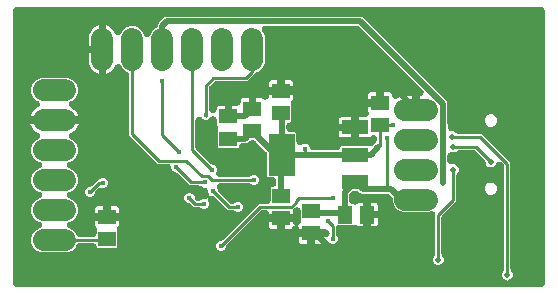
<source format=gbr>
G04 EAGLE Gerber X2 export*
%TF.Part,Single*%
%TF.FileFunction,Copper,L2,Bot,Mixed*%
%TF.FilePolarity,Positive*%
%TF.GenerationSoftware,Autodesk,EAGLE,9.6.2*%
%TF.CreationDate,2022-05-14T18:51:59Z*%
G75*
%MOMM*%
%FSLAX46Y46*%
%LPD*%
%INBottom Copper*%
%AMOC8*
5,1,8,0,0,1.08239X$1,22.5*%
G01*
%ADD10R,1.500000X1.300000*%
%ADD11R,1.300000X1.500000*%
%ADD12R,2.235200X1.219200*%
%ADD13R,2.200000X3.600000*%
%ADD14C,1.828800*%
%ADD15C,0.508000*%
%ADD16C,0.502400*%
%ADD17C,0.452400*%
%ADD18C,0.254000*%

G36*
X41866403Y221150D02*
X41866403Y221150D01*
X41880647Y221328D01*
X41890944Y223144D01*
X41901378Y223991D01*
X41915216Y227422D01*
X41929238Y229894D01*
X41939106Y233347D01*
X41949266Y235866D01*
X41962372Y241488D01*
X41975809Y246188D01*
X41984991Y251184D01*
X41994613Y255313D01*
X42006628Y262966D01*
X42019144Y269781D01*
X42027416Y276209D01*
X42036225Y281822D01*
X42037100Y282603D01*
X42039231Y280722D01*
X42051263Y273159D01*
X42062806Y264747D01*
X42072172Y260016D01*
X42081003Y254466D01*
X42094100Y248941D01*
X42106847Y242503D01*
X42116834Y239350D01*
X42126463Y235291D01*
X42140316Y231944D01*
X42153900Y227656D01*
X42161688Y226778D01*
X42174422Y223700D01*
X42217984Y220428D01*
X42221797Y219997D01*
X44885200Y219997D01*
X44892778Y220613D01*
X44900353Y220375D01*
X44917313Y222603D01*
X44934378Y223991D01*
X44941741Y225816D01*
X44949269Y226806D01*
X44965669Y231750D01*
X44982266Y235866D01*
X44989231Y238853D01*
X44996509Y241047D01*
X45011881Y248566D01*
X45027613Y255313D01*
X45034016Y259391D01*
X45040831Y262725D01*
X45054806Y272638D01*
X45069225Y281822D01*
X45074872Y286866D01*
X45081078Y291269D01*
X45093288Y303322D01*
X45106019Y314697D01*
X45110778Y320591D01*
X45116191Y325931D01*
X45126275Y339772D01*
X45137025Y353075D01*
X45140781Y359672D01*
X45145250Y365806D01*
X45152966Y381081D01*
X45161431Y395956D01*
X45164075Y403075D01*
X45167494Y409847D01*
X45172638Y426147D01*
X45178600Y442213D01*
X45180059Y449675D01*
X45182341Y456900D01*
X45183519Y467338D01*
X45188078Y490634D01*
X45188819Y514338D01*
X45190000Y524797D01*
X45190000Y23625200D01*
X45189384Y23632778D01*
X45189622Y23640353D01*
X45187394Y23657313D01*
X45186006Y23674378D01*
X45184181Y23681741D01*
X45183191Y23689269D01*
X45178247Y23705669D01*
X45174131Y23722266D01*
X45171144Y23729231D01*
X45168950Y23736509D01*
X45161425Y23751894D01*
X45154684Y23767613D01*
X45150606Y23774016D01*
X45147272Y23780831D01*
X45137359Y23794806D01*
X45128175Y23809225D01*
X45123131Y23814872D01*
X45118728Y23821078D01*
X45106675Y23833288D01*
X45095300Y23846019D01*
X45089406Y23850778D01*
X45084066Y23856191D01*
X45070225Y23866275D01*
X45056922Y23877025D01*
X45050325Y23880781D01*
X45044191Y23885250D01*
X45028916Y23892966D01*
X45014041Y23901431D01*
X45006922Y23904075D01*
X45000150Y23907494D01*
X44983850Y23912638D01*
X44967784Y23918600D01*
X44960322Y23920059D01*
X44953097Y23922341D01*
X44942659Y23923519D01*
X44919363Y23928078D01*
X44895659Y23928819D01*
X44885200Y23930000D01*
X504797Y23930000D01*
X497219Y23929384D01*
X489644Y23929622D01*
X472684Y23927394D01*
X455619Y23926006D01*
X448256Y23924181D01*
X440728Y23923191D01*
X424328Y23918247D01*
X407731Y23914131D01*
X400766Y23911144D01*
X393488Y23908950D01*
X378103Y23901425D01*
X362384Y23894684D01*
X355981Y23890606D01*
X349166Y23887272D01*
X335191Y23877359D01*
X320772Y23868175D01*
X315125Y23863131D01*
X308919Y23858728D01*
X296709Y23846675D01*
X283978Y23835300D01*
X279219Y23829406D01*
X273806Y23824066D01*
X263722Y23810225D01*
X252972Y23796922D01*
X249216Y23790325D01*
X244747Y23784191D01*
X237031Y23768916D01*
X228566Y23754041D01*
X225922Y23746922D01*
X222503Y23740150D01*
X217359Y23723850D01*
X211397Y23707784D01*
X209938Y23700322D01*
X207656Y23693097D01*
X206478Y23682659D01*
X201919Y23659363D01*
X201178Y23635659D01*
X199997Y23625200D01*
X199997Y524797D01*
X200613Y517219D01*
X200375Y509644D01*
X202603Y492684D01*
X203991Y475619D01*
X205816Y468256D01*
X206806Y460728D01*
X211750Y444328D01*
X215866Y427731D01*
X218853Y420766D01*
X221047Y413488D01*
X228572Y398103D01*
X235313Y382384D01*
X239391Y375981D01*
X242725Y369166D01*
X252638Y355191D01*
X261822Y340772D01*
X266866Y335125D01*
X271269Y328919D01*
X283322Y316709D01*
X294697Y303978D01*
X300591Y299219D01*
X305931Y293806D01*
X319772Y283722D01*
X333075Y272972D01*
X339672Y269216D01*
X345806Y264747D01*
X361081Y257031D01*
X375956Y248566D01*
X383075Y245922D01*
X389847Y242503D01*
X406147Y237359D01*
X422213Y231397D01*
X429675Y229938D01*
X436900Y227656D01*
X447338Y226478D01*
X470634Y221919D01*
X494338Y221178D01*
X504797Y219997D01*
X41852200Y219997D01*
X41866403Y221150D01*
G37*
%LPC*%
G36*
X42028638Y773338D02*
X42028638Y773338D01*
X42021784Y777125D01*
X42011191Y784847D01*
X41972191Y804544D01*
X41968841Y806397D01*
X41779597Y884781D01*
X41651775Y1012603D01*
X41582600Y1179606D01*
X41582600Y1360391D01*
X41651775Y1527394D01*
X41693725Y1569344D01*
X41701069Y1577984D01*
X41709191Y1586003D01*
X41717069Y1596813D01*
X41725675Y1606941D01*
X41731531Y1616659D01*
X41738250Y1625878D01*
X41744275Y1637806D01*
X41751141Y1649200D01*
X41755359Y1659753D01*
X41760494Y1669919D01*
X41764503Y1682628D01*
X41769456Y1695016D01*
X41771925Y1706144D01*
X41775341Y1716972D01*
X41776394Y1726294D01*
X41780138Y1743184D01*
X41781966Y1775688D01*
X41783000Y1784869D01*
X41783000Y10436534D01*
X41782078Y10447869D01*
X41782153Y10459247D01*
X41780084Y10472431D01*
X41779006Y10485713D01*
X41776272Y10496744D01*
X41774506Y10507991D01*
X41770341Y10520659D01*
X41767131Y10533600D01*
X41762644Y10544066D01*
X41759094Y10554859D01*
X41752950Y10566672D01*
X41747684Y10578947D01*
X41741566Y10588550D01*
X41736322Y10598631D01*
X41730463Y10605981D01*
X41721175Y10620559D01*
X41699491Y10644831D01*
X41693728Y10652056D01*
X41577103Y10768684D01*
X41563378Y10780350D01*
X41550150Y10792625D01*
X41544597Y10796313D01*
X41539506Y10800638D01*
X41524041Y10809956D01*
X41509044Y10819913D01*
X41502972Y10822653D01*
X41497247Y10826103D01*
X41480503Y10832797D01*
X41464072Y10840213D01*
X41457619Y10841941D01*
X41451431Y10844416D01*
X41433844Y10848316D01*
X41416416Y10852988D01*
X41409772Y10853653D01*
X41403263Y10855097D01*
X41385288Y10856109D01*
X41367322Y10857909D01*
X41360653Y10857494D01*
X41354000Y10857869D01*
X41336097Y10855966D01*
X41318078Y10854844D01*
X41311559Y10853356D01*
X41304938Y10852653D01*
X41287584Y10847888D01*
X41269972Y10843872D01*
X41263778Y10841353D01*
X41257359Y10839591D01*
X41240997Y10832088D01*
X41224269Y10825284D01*
X41218572Y10821806D01*
X41212509Y10819025D01*
X41197553Y10808966D01*
X41182163Y10799566D01*
X41177100Y10795209D01*
X41171569Y10791491D01*
X41158419Y10779141D01*
X41144756Y10767388D01*
X41140478Y10762291D01*
X41135603Y10757713D01*
X41124606Y10743388D01*
X41113034Y10729600D01*
X41110478Y10724978D01*
X41105563Y10718572D01*
X41082228Y10675100D01*
X41081125Y10671881D01*
X41079975Y10669803D01*
X41025216Y10537597D01*
X40897394Y10409775D01*
X40730391Y10340600D01*
X40549606Y10340600D01*
X40382603Y10409775D01*
X40254775Y10537603D01*
X40185600Y10704606D01*
X40185600Y10763934D01*
X40184678Y10775269D01*
X40184753Y10786650D01*
X40182684Y10799838D01*
X40181606Y10813113D01*
X40178872Y10824141D01*
X40177106Y10835394D01*
X40172938Y10848075D01*
X40169731Y10861000D01*
X40165250Y10871447D01*
X40161694Y10882266D01*
X40155534Y10894103D01*
X40150284Y10906347D01*
X40144178Y10915934D01*
X40138922Y10926034D01*
X40133053Y10933394D01*
X40123775Y10947959D01*
X40102088Y10972231D01*
X40096325Y10979459D01*
X39354059Y11721725D01*
X39346103Y11728488D01*
X39346003Y11728588D01*
X39345869Y11728684D01*
X39345419Y11729069D01*
X39337400Y11737191D01*
X39326591Y11745069D01*
X39316463Y11753675D01*
X39306744Y11759531D01*
X39297525Y11766250D01*
X39285597Y11772275D01*
X39274203Y11779141D01*
X39263650Y11783359D01*
X39253484Y11788494D01*
X39240775Y11792503D01*
X39228388Y11797456D01*
X39217259Y11799925D01*
X39206431Y11803341D01*
X39197109Y11804394D01*
X39180219Y11808138D01*
X39147716Y11809966D01*
X39138534Y11811000D01*
X37979869Y11811000D01*
X37968534Y11810078D01*
X37957153Y11810153D01*
X37943966Y11808084D01*
X37930691Y11807006D01*
X37919663Y11804272D01*
X37908409Y11802506D01*
X37895728Y11798338D01*
X37882803Y11795131D01*
X37872356Y11790650D01*
X37861538Y11787094D01*
X37849700Y11780934D01*
X37837456Y11775684D01*
X37827869Y11769578D01*
X37817769Y11764322D01*
X37810409Y11758453D01*
X37795844Y11749175D01*
X37771572Y11727488D01*
X37764344Y11721725D01*
X37722394Y11679775D01*
X37555391Y11610600D01*
X37373519Y11610600D01*
X37361338Y11614525D01*
X37344381Y11620819D01*
X37337816Y11622103D01*
X37331484Y11624144D01*
X37313678Y11626828D01*
X37295959Y11630297D01*
X37289291Y11630506D01*
X37282697Y11631500D01*
X37264647Y11631278D01*
X37246644Y11631841D01*
X37240047Y11630972D01*
X37233363Y11630891D01*
X37215594Y11627759D01*
X37197728Y11625409D01*
X37191334Y11623481D01*
X37184772Y11622325D01*
X37167784Y11616384D01*
X37150488Y11611169D01*
X37144484Y11608231D01*
X37138200Y11606034D01*
X37122381Y11597422D01*
X37106166Y11589491D01*
X37100719Y11585628D01*
X37094866Y11582441D01*
X37080659Y11571403D01*
X37065919Y11560947D01*
X37061156Y11556244D01*
X37055906Y11552166D01*
X37043675Y11538991D01*
X37030806Y11526284D01*
X37026869Y11520881D01*
X37022341Y11516003D01*
X37012381Y11501000D01*
X37001747Y11486409D01*
X36998738Y11480450D01*
X36995050Y11474897D01*
X36987628Y11458453D01*
X36979503Y11442369D01*
X36977500Y11436019D01*
X36974750Y11429928D01*
X36970069Y11412469D01*
X36964656Y11395316D01*
X36964066Y11390081D01*
X36961972Y11382272D01*
X36957050Y11333178D01*
X36957263Y11329769D01*
X36956997Y11327419D01*
X36956997Y10897578D01*
X36958456Y10879628D01*
X36959128Y10861588D01*
X36960450Y10855041D01*
X36960991Y10848400D01*
X36965331Y10830891D01*
X36968903Y10813225D01*
X36971259Y10806997D01*
X36972866Y10800513D01*
X36979978Y10783925D01*
X36986350Y10767072D01*
X36989681Y10761300D01*
X36992313Y10755166D01*
X37002003Y10739953D01*
X37011016Y10724341D01*
X37015241Y10719172D01*
X37018822Y10713553D01*
X37030809Y10700138D01*
X37042250Y10686147D01*
X37047263Y10681722D01*
X37051697Y10676759D01*
X37065734Y10665419D01*
X37079241Y10653497D01*
X37084869Y10649959D01*
X37090075Y10645753D01*
X37105794Y10636806D01*
X37121013Y10627241D01*
X37127147Y10624653D01*
X37132956Y10621347D01*
X37149872Y10615069D01*
X37166475Y10608066D01*
X37172956Y10606500D01*
X37179213Y10604178D01*
X37196913Y10600713D01*
X37214434Y10596481D01*
X37221088Y10595981D01*
X37227634Y10594700D01*
X37245647Y10594138D01*
X37263638Y10592784D01*
X37270288Y10593366D01*
X37276950Y10593156D01*
X37294834Y10595506D01*
X37312791Y10597075D01*
X37317859Y10598534D01*
X37325866Y10599588D01*
X37373106Y10613828D01*
X37374269Y10614397D01*
X37555391Y10614397D01*
X37722394Y10545222D01*
X37850222Y10417394D01*
X37919397Y10250391D01*
X37919397Y10069606D01*
X37850222Y9902603D01*
X37808272Y9860653D01*
X37800928Y9852013D01*
X37792806Y9843994D01*
X37784928Y9833184D01*
X37776322Y9823056D01*
X37770466Y9813338D01*
X37763747Y9804119D01*
X37757722Y9792191D01*
X37750856Y9780797D01*
X37746638Y9770244D01*
X37741503Y9760078D01*
X37737494Y9747369D01*
X37732541Y9734981D01*
X37730072Y9723853D01*
X37726656Y9713025D01*
X37725603Y9703703D01*
X37721859Y9686813D01*
X37720031Y9654309D01*
X37718997Y9645128D01*
X37718997Y7514784D01*
X36538272Y6334059D01*
X36530928Y6325419D01*
X36522806Y6317400D01*
X36514928Y6306591D01*
X36506322Y6296463D01*
X36500466Y6286744D01*
X36493747Y6277525D01*
X36487722Y6265597D01*
X36480856Y6254203D01*
X36476638Y6243650D01*
X36471503Y6233484D01*
X36467494Y6220775D01*
X36462541Y6208388D01*
X36460072Y6197259D01*
X36456656Y6186431D01*
X36455603Y6177109D01*
X36451859Y6160219D01*
X36450031Y6127716D01*
X36448997Y6118534D01*
X36448997Y3054869D01*
X36449919Y3043534D01*
X36449844Y3032153D01*
X36451913Y3018966D01*
X36452991Y3005691D01*
X36455725Y2994663D01*
X36457491Y2983409D01*
X36461659Y2970728D01*
X36464866Y2957803D01*
X36469356Y2947328D01*
X36472903Y2936538D01*
X36479063Y2924700D01*
X36484313Y2912456D01*
X36490419Y2902869D01*
X36495675Y2892769D01*
X36501544Y2885409D01*
X36510822Y2870844D01*
X36532509Y2846572D01*
X36538272Y2839344D01*
X36580222Y2797394D01*
X36649397Y2630391D01*
X36649397Y2449606D01*
X36580222Y2282603D01*
X36452394Y2154775D01*
X36285391Y2085600D01*
X36104606Y2085600D01*
X35937603Y2154775D01*
X35809775Y2282603D01*
X35740600Y2449606D01*
X35740600Y2630391D01*
X35809775Y2797394D01*
X35851725Y2839344D01*
X35859069Y2847984D01*
X35867191Y2856003D01*
X35875069Y2866813D01*
X35883675Y2876941D01*
X35889531Y2886659D01*
X35896250Y2895878D01*
X35902275Y2907806D01*
X35909141Y2919200D01*
X35913359Y2929753D01*
X35918494Y2939919D01*
X35922503Y2952628D01*
X35927456Y2965016D01*
X35929925Y2976144D01*
X35933341Y2986972D01*
X35934394Y2996294D01*
X35938138Y3013184D01*
X35939966Y3045688D01*
X35941000Y3054869D01*
X35941000Y6341744D01*
X35939541Y6359700D01*
X35938869Y6377728D01*
X35937547Y6384275D01*
X35937006Y6390922D01*
X35932669Y6408416D01*
X35929097Y6426091D01*
X35926738Y6432331D01*
X35925131Y6438809D01*
X35918025Y6455381D01*
X35911650Y6472244D01*
X35908316Y6478022D01*
X35905684Y6484156D01*
X35896013Y6499341D01*
X35886988Y6514975D01*
X35882753Y6520153D01*
X35879175Y6525769D01*
X35867178Y6539194D01*
X35855750Y6553169D01*
X35850747Y6557584D01*
X35846300Y6562563D01*
X35832266Y6573900D01*
X35818763Y6585822D01*
X35813125Y6589366D01*
X35807922Y6593569D01*
X35792197Y6602519D01*
X35776988Y6612078D01*
X35770859Y6614663D01*
X35765041Y6617975D01*
X35748103Y6624263D01*
X35731528Y6631253D01*
X35725050Y6632819D01*
X35718784Y6635144D01*
X35701091Y6638606D01*
X35683569Y6642841D01*
X35676903Y6643341D01*
X35670363Y6644622D01*
X35652363Y6645184D01*
X35634366Y6646538D01*
X35627709Y6645956D01*
X35621047Y6646166D01*
X35603197Y6643819D01*
X35585213Y6642250D01*
X35580128Y6640784D01*
X35572131Y6639734D01*
X35524891Y6625494D01*
X35521828Y6623997D01*
X35519553Y6623341D01*
X35411544Y6578600D01*
X33168447Y6578600D01*
X32785694Y6737141D01*
X32492741Y7030094D01*
X32334200Y7412847D01*
X32334200Y7640731D01*
X32333278Y7652066D01*
X32333353Y7663447D01*
X32331284Y7676634D01*
X32330206Y7689909D01*
X32327472Y7700938D01*
X32325706Y7712191D01*
X32321538Y7724872D01*
X32318331Y7737797D01*
X32313850Y7748244D01*
X32310294Y7759063D01*
X32304134Y7770900D01*
X32298884Y7783144D01*
X32292778Y7792731D01*
X32287522Y7802831D01*
X32281653Y7810191D01*
X32272375Y7824756D01*
X32250688Y7849028D01*
X32244925Y7856256D01*
X32087856Y8013325D01*
X32079216Y8020669D01*
X32071197Y8028791D01*
X32060388Y8036669D01*
X32050259Y8045275D01*
X32040541Y8051131D01*
X32031322Y8057850D01*
X32019394Y8063875D01*
X32008000Y8070741D01*
X31997447Y8074959D01*
X31987281Y8080094D01*
X31974572Y8084103D01*
X31962184Y8089056D01*
X31951056Y8091525D01*
X31940228Y8094941D01*
X31930906Y8095994D01*
X31914016Y8099738D01*
X31881513Y8101566D01*
X31872331Y8102600D01*
X29693016Y8102600D01*
X29552975Y8160606D01*
X29420856Y8292725D01*
X29412216Y8300069D01*
X29404197Y8308191D01*
X29393388Y8316069D01*
X29383259Y8324675D01*
X29373541Y8330531D01*
X29364322Y8337250D01*
X29352394Y8343275D01*
X29341000Y8350141D01*
X29330447Y8354359D01*
X29320281Y8359494D01*
X29307572Y8363503D01*
X29295184Y8368456D01*
X29284056Y8370925D01*
X29273228Y8374341D01*
X29263906Y8375394D01*
X29247016Y8379138D01*
X29214513Y8380966D01*
X29205331Y8382000D01*
X29062266Y8382000D01*
X29050931Y8381078D01*
X29039550Y8381153D01*
X29026363Y8379084D01*
X29013088Y8378006D01*
X29002059Y8375272D01*
X28990806Y8373506D01*
X28978125Y8369338D01*
X28965200Y8366131D01*
X28954753Y8361650D01*
X28943934Y8358094D01*
X28932097Y8351934D01*
X28919853Y8346684D01*
X28910266Y8340578D01*
X28900166Y8335322D01*
X28892806Y8329453D01*
X28878241Y8320175D01*
X28853969Y8298488D01*
X28846741Y8292725D01*
X28730272Y8176256D01*
X28722925Y8167613D01*
X28714806Y8159597D01*
X28706928Y8148788D01*
X28698322Y8138659D01*
X28692456Y8128928D01*
X28685747Y8119722D01*
X28679722Y8107794D01*
X28672856Y8096400D01*
X28668638Y8085847D01*
X28663503Y8075681D01*
X28659494Y8062972D01*
X28654541Y8050584D01*
X28652072Y8039456D01*
X28648656Y8028628D01*
X28647603Y8019306D01*
X28643859Y8002416D01*
X28642031Y7969913D01*
X28640997Y7960731D01*
X28640997Y7531797D01*
X28641534Y7525166D01*
X28641375Y7520044D01*
X28641463Y7519391D01*
X28641375Y7516644D01*
X28643603Y7499684D01*
X28644991Y7482619D01*
X28646816Y7475256D01*
X28647806Y7467728D01*
X28652750Y7451328D01*
X28656866Y7434731D01*
X28659853Y7427766D01*
X28662047Y7420488D01*
X28669572Y7405103D01*
X28676313Y7389384D01*
X28680391Y7382981D01*
X28683725Y7376166D01*
X28693638Y7362191D01*
X28702822Y7347772D01*
X28707866Y7342125D01*
X28712269Y7335919D01*
X28724322Y7323709D01*
X28735697Y7310978D01*
X28741591Y7306219D01*
X28746931Y7300806D01*
X28760781Y7290713D01*
X28774075Y7279972D01*
X28780672Y7276216D01*
X28786806Y7271747D01*
X28802081Y7264031D01*
X28816956Y7255566D01*
X28824075Y7252922D01*
X28830847Y7249503D01*
X28847147Y7244359D01*
X28863213Y7238397D01*
X28870675Y7236938D01*
X28877900Y7234656D01*
X28888338Y7233478D01*
X28911634Y7228919D01*
X28935338Y7228178D01*
X28945797Y7226997D01*
X28985825Y7226997D01*
X28991575Y7224697D01*
X28998263Y7221109D01*
X29014428Y7215563D01*
X29030325Y7209206D01*
X29037741Y7207563D01*
X29044931Y7205094D01*
X29061794Y7202225D01*
X29078494Y7198522D01*
X29086088Y7198094D01*
X29093572Y7196822D01*
X29110669Y7196713D01*
X29127756Y7195750D01*
X29135306Y7196553D01*
X29142909Y7196503D01*
X29159828Y7199156D01*
X29176819Y7200963D01*
X29184134Y7202972D01*
X29191653Y7204150D01*
X29207916Y7209497D01*
X29224400Y7214022D01*
X29231306Y7217191D01*
X29238525Y7219563D01*
X29253691Y7227453D01*
X29269250Y7234588D01*
X29275559Y7238831D01*
X29282294Y7242334D01*
X29290503Y7248881D01*
X29310194Y7262122D01*
X29327509Y7278384D01*
X29335719Y7284931D01*
X29354034Y7303247D01*
X29411950Y7336684D01*
X29476563Y7353997D01*
X29834994Y7353997D01*
X29834994Y6370219D01*
X29835609Y6362641D01*
X29835372Y6355066D01*
X29836394Y6347288D01*
X29836175Y6340238D01*
X29834994Y6329778D01*
X29834994Y5345997D01*
X29476566Y5346000D01*
X29411950Y5363313D01*
X29354034Y5396750D01*
X29335719Y5415066D01*
X29329941Y5419975D01*
X29324728Y5425525D01*
X29311125Y5435966D01*
X29298122Y5447016D01*
X29291631Y5450925D01*
X29285588Y5455566D01*
X29270488Y5463669D01*
X29255863Y5472481D01*
X29248806Y5475303D01*
X29242113Y5478894D01*
X29225950Y5484438D01*
X29210047Y5490797D01*
X29202622Y5492444D01*
X29195444Y5494906D01*
X29178591Y5497772D01*
X29161878Y5501478D01*
X29154288Y5501903D01*
X29146800Y5503178D01*
X29129703Y5503288D01*
X29112616Y5504247D01*
X29105050Y5503444D01*
X29097463Y5503491D01*
X29080584Y5500841D01*
X29063553Y5499031D01*
X29056219Y5497019D01*
X29048719Y5495841D01*
X29032481Y5490500D01*
X29015972Y5485969D01*
X29009063Y5482800D01*
X29001850Y5480428D01*
X28987575Y5473000D01*
X27787597Y5473000D01*
X27780019Y5472384D01*
X27772444Y5472622D01*
X27755484Y5470394D01*
X27738419Y5469006D01*
X27731056Y5467181D01*
X27723528Y5466191D01*
X27707128Y5461247D01*
X27690531Y5457131D01*
X27683566Y5454144D01*
X27676288Y5451950D01*
X27660903Y5444425D01*
X27645184Y5437684D01*
X27638781Y5433606D01*
X27631966Y5430272D01*
X27617991Y5420359D01*
X27603572Y5411175D01*
X27597925Y5406131D01*
X27591719Y5401728D01*
X27579509Y5389675D01*
X27566778Y5378300D01*
X27562019Y5372406D01*
X27556606Y5367066D01*
X27546522Y5353225D01*
X27535772Y5339922D01*
X27532016Y5333325D01*
X27527547Y5327191D01*
X27519831Y5311916D01*
X27511366Y5297041D01*
X27508722Y5289922D01*
X27505303Y5283150D01*
X27500159Y5266850D01*
X27494197Y5250784D01*
X27492738Y5243322D01*
X27490456Y5236097D01*
X27489275Y5225638D01*
X27484719Y5202363D01*
X27483978Y5178659D01*
X27482797Y5168200D01*
X27482797Y4746716D01*
X27483719Y4735381D01*
X27483644Y4724000D01*
X27485713Y4710813D01*
X27486791Y4697538D01*
X27489525Y4686509D01*
X27491291Y4675256D01*
X27495459Y4662575D01*
X27498666Y4649650D01*
X27503147Y4639203D01*
X27506703Y4628384D01*
X27512863Y4616547D01*
X27518113Y4604303D01*
X27524219Y4594716D01*
X27529475Y4584616D01*
X27535344Y4577256D01*
X27544622Y4562691D01*
X27566309Y4538419D01*
X27572072Y4531191D01*
X27592822Y4510441D01*
X27658197Y4352609D01*
X27658197Y4181788D01*
X27592822Y4023956D01*
X27472041Y3903175D01*
X27314209Y3837800D01*
X27143388Y3837800D01*
X26985556Y3903175D01*
X26845119Y4043613D01*
X26827888Y4058256D01*
X26810609Y4073316D01*
X26808972Y4074331D01*
X26807522Y4075563D01*
X26788075Y4087281D01*
X26768672Y4099306D01*
X26766906Y4100038D01*
X26765263Y4101028D01*
X26744091Y4109491D01*
X26723091Y4118194D01*
X26721231Y4118631D01*
X26719447Y4119344D01*
X26697134Y4124291D01*
X26675056Y4129478D01*
X26673153Y4129609D01*
X26671278Y4130025D01*
X26648541Y4131303D01*
X26625834Y4132866D01*
X26623922Y4132688D01*
X26622016Y4132794D01*
X26599459Y4130397D01*
X26576709Y4128266D01*
X26574847Y4127778D01*
X26572953Y4127578D01*
X26551063Y4121569D01*
X26528972Y4115800D01*
X26527222Y4115022D01*
X26525372Y4114516D01*
X26504647Y4105009D01*
X26483869Y4095794D01*
X26482269Y4094747D01*
X26480525Y4093947D01*
X26461650Y4081253D01*
X26442584Y4068775D01*
X26441169Y4067478D01*
X26439584Y4066413D01*
X26423025Y4050859D01*
X26406200Y4035450D01*
X26405259Y4034175D01*
X26403619Y4032634D01*
X26373578Y3993494D01*
X26369175Y3985288D01*
X26365622Y3980475D01*
X26353241Y3959028D01*
X26305963Y3911750D01*
X26248047Y3878313D01*
X26183434Y3861000D01*
X25725000Y3861000D01*
X25725000Y4439994D01*
X26668078Y4439994D01*
X26679413Y4440916D01*
X26690794Y4440841D01*
X26703981Y4442909D01*
X26717256Y4443988D01*
X26728284Y4446722D01*
X26739538Y4448488D01*
X26752219Y4452656D01*
X26765144Y4455863D01*
X26775591Y4460344D01*
X26786409Y4463900D01*
X26798247Y4470059D01*
X26810491Y4475309D01*
X26820078Y4481416D01*
X26830178Y4486672D01*
X26837538Y4492541D01*
X26852103Y4501819D01*
X26860781Y4509572D01*
X26865878Y4513188D01*
X26875903Y4523084D01*
X26876375Y4523506D01*
X26883603Y4529269D01*
X26885525Y4531191D01*
X26887256Y4533228D01*
X26888897Y4534694D01*
X26893756Y4540709D01*
X26900991Y4547850D01*
X26908869Y4558659D01*
X26917475Y4568788D01*
X26923331Y4578506D01*
X26930050Y4587725D01*
X26936075Y4599653D01*
X26942941Y4611047D01*
X26947159Y4621600D01*
X26952294Y4631766D01*
X26956303Y4644475D01*
X26961256Y4656863D01*
X26963725Y4667991D01*
X26967141Y4678819D01*
X26968191Y4688138D01*
X26971938Y4705031D01*
X26973766Y4737534D01*
X26974800Y4746716D01*
X26974800Y4785200D01*
X26974184Y4792778D01*
X26974422Y4800353D01*
X26972194Y4817313D01*
X26970806Y4834378D01*
X26968981Y4841741D01*
X26967991Y4849269D01*
X26963050Y4865656D01*
X26958931Y4882266D01*
X26955944Y4889231D01*
X26953750Y4896509D01*
X26946225Y4911894D01*
X26939484Y4927613D01*
X26935406Y4934016D01*
X26932072Y4940831D01*
X26922159Y4954806D01*
X26912975Y4969225D01*
X26907931Y4974872D01*
X26903528Y4981078D01*
X26891475Y4993288D01*
X26880100Y5006019D01*
X26874206Y5010778D01*
X26868866Y5016191D01*
X26855025Y5026275D01*
X26841722Y5037025D01*
X26835125Y5040781D01*
X26828991Y5045250D01*
X26813716Y5052966D01*
X26798841Y5061431D01*
X26791722Y5064075D01*
X26784950Y5067494D01*
X26768650Y5072638D01*
X26752584Y5078600D01*
X26745122Y5080059D01*
X26737897Y5082341D01*
X26727459Y5083519D01*
X26704163Y5088078D01*
X26680459Y5088819D01*
X26670000Y5090000D01*
X25420219Y5090000D01*
X25412641Y5089384D01*
X25405066Y5089622D01*
X25397288Y5088600D01*
X25390238Y5088819D01*
X25379778Y5090000D01*
X24396000Y5090000D01*
X24396000Y5100863D01*
X24395478Y5107309D01*
X24395622Y5111950D01*
X24394403Y5121219D01*
X24393638Y5138753D01*
X24392469Y5144359D01*
X24392006Y5150041D01*
X24387441Y5168453D01*
X24383559Y5187053D01*
X24381506Y5192384D01*
X24380131Y5197928D01*
X24372656Y5215356D01*
X24365825Y5233094D01*
X24362931Y5238034D01*
X24360684Y5243275D01*
X24350484Y5259288D01*
X24340891Y5275672D01*
X24337253Y5280066D01*
X24334178Y5284891D01*
X24321519Y5299059D01*
X24309416Y5313669D01*
X24305106Y5317425D01*
X24301303Y5321681D01*
X24286538Y5333609D01*
X24272222Y5346088D01*
X24267366Y5349097D01*
X24262922Y5352688D01*
X24246438Y5362072D01*
X24230288Y5372081D01*
X24225003Y5374272D01*
X24220044Y5377094D01*
X24202272Y5383691D01*
X24184706Y5390969D01*
X24179134Y5392278D01*
X24173788Y5394263D01*
X24173084Y5394400D01*
X24178259Y5394884D01*
X24183950Y5394706D01*
X24202741Y5397178D01*
X24221678Y5398950D01*
X24227206Y5400394D01*
X24232866Y5401138D01*
X24251053Y5406622D01*
X24269419Y5411416D01*
X24274631Y5413728D01*
X24280106Y5415378D01*
X24297169Y5423725D01*
X24314519Y5431419D01*
X24319300Y5434550D01*
X24324428Y5437056D01*
X24339909Y5448034D01*
X24355803Y5458438D01*
X24360013Y5462294D01*
X24364675Y5465600D01*
X24378219Y5478972D01*
X24392188Y5491766D01*
X24394894Y5495431D01*
X24399788Y5500263D01*
X24428847Y5540138D01*
X24430913Y5544228D01*
X24432766Y5546738D01*
X24446753Y5570966D01*
X24465066Y5589278D01*
X24469975Y5595056D01*
X24475525Y5600269D01*
X24485966Y5613872D01*
X24497016Y5626875D01*
X24500925Y5633366D01*
X24505566Y5639409D01*
X24513669Y5654509D01*
X24522481Y5669134D01*
X24525303Y5676191D01*
X24528894Y5682884D01*
X24534438Y5699047D01*
X24540797Y5714950D01*
X24542444Y5722375D01*
X24544906Y5729553D01*
X24547772Y5746406D01*
X24551478Y5763119D01*
X24551903Y5770709D01*
X24553178Y5778197D01*
X24553288Y5795294D01*
X24554247Y5812381D01*
X24553444Y5819947D01*
X24553491Y5827534D01*
X24550841Y5844413D01*
X24549031Y5861444D01*
X24547019Y5868778D01*
X24545841Y5876278D01*
X24540500Y5892516D01*
X24535969Y5909025D01*
X24532800Y5915934D01*
X24530428Y5923147D01*
X24523000Y5937422D01*
X24523000Y6663941D01*
X24522694Y6667725D01*
X24522906Y6671528D01*
X24520694Y6692347D01*
X24519006Y6713119D01*
X24518094Y6716800D01*
X24517691Y6720591D01*
X24512153Y6740759D01*
X24507131Y6761006D01*
X24505631Y6764503D01*
X24504625Y6768169D01*
X24495913Y6787163D01*
X24487684Y6806353D01*
X24485644Y6809553D01*
X24484056Y6813019D01*
X24472366Y6830400D01*
X24461175Y6847966D01*
X24458647Y6850794D01*
X24456519Y6853959D01*
X24442197Y6869206D01*
X24428300Y6884759D01*
X24425341Y6887150D01*
X24422738Y6889922D01*
X24406194Y6902619D01*
X24389922Y6915766D01*
X24386606Y6917653D01*
X24383597Y6919963D01*
X24365206Y6929831D01*
X24347041Y6940172D01*
X24343478Y6941494D01*
X24340125Y6943294D01*
X24320406Y6950059D01*
X24300784Y6957341D01*
X24297034Y6958075D01*
X24293453Y6959303D01*
X24272913Y6962797D01*
X24252363Y6966819D01*
X24248559Y6966938D01*
X24244813Y6967575D01*
X24223884Y6967709D01*
X24203047Y6968363D01*
X24199294Y6967869D01*
X24195475Y6967894D01*
X24174791Y6964647D01*
X24154131Y6961931D01*
X24150491Y6960834D01*
X24146731Y6960244D01*
X24126903Y6953722D01*
X24106891Y6947691D01*
X24103469Y6946019D01*
X24099863Y6944831D01*
X24081334Y6935191D01*
X24062569Y6926013D01*
X24059469Y6923813D01*
X24056091Y6922056D01*
X24048847Y6916281D01*
X24022322Y6897469D01*
X24010013Y6885319D01*
X24002666Y6879459D01*
X23953263Y6830053D01*
X23945909Y6821397D01*
X23937806Y6813400D01*
X23929941Y6802606D01*
X23921316Y6792456D01*
X23915453Y6782728D01*
X23908747Y6773525D01*
X23902719Y6761591D01*
X23895850Y6750194D01*
X23891631Y6739641D01*
X23886503Y6729484D01*
X23882484Y6716753D01*
X23877541Y6704378D01*
X23875081Y6693281D01*
X23871656Y6682431D01*
X23870600Y6673078D01*
X23866859Y6656209D01*
X23865034Y6623725D01*
X23863997Y6614534D01*
X23863997Y6360000D01*
X22880219Y6360000D01*
X22872641Y6359384D01*
X22865066Y6359622D01*
X22857288Y6358600D01*
X22850238Y6358819D01*
X22839778Y6360000D01*
X21856000Y6360000D01*
X21856000Y6426197D01*
X21855384Y6433775D01*
X21855622Y6441353D01*
X21853391Y6458316D01*
X21852006Y6475375D01*
X21850181Y6482738D01*
X21849191Y6490269D01*
X21844247Y6506672D01*
X21840131Y6523266D01*
X21837144Y6530231D01*
X21834950Y6537509D01*
X21827419Y6552909D01*
X21820684Y6568609D01*
X21816609Y6575006D01*
X21813272Y6581831D01*
X21803372Y6595788D01*
X21794178Y6610225D01*
X21789119Y6615884D01*
X21784728Y6622078D01*
X21772691Y6634272D01*
X21761303Y6647016D01*
X21755413Y6651775D01*
X21750066Y6657191D01*
X21736197Y6667297D01*
X21722922Y6678022D01*
X21716344Y6681766D01*
X21710191Y6686250D01*
X21694884Y6693981D01*
X21680044Y6702428D01*
X21672938Y6705066D01*
X21666150Y6708494D01*
X21649816Y6713647D01*
X21633788Y6719597D01*
X21626341Y6721056D01*
X21619097Y6723341D01*
X21608647Y6724519D01*
X21585366Y6729078D01*
X21561659Y6729819D01*
X21551200Y6731000D01*
X21313463Y6731000D01*
X21302128Y6730078D01*
X21290747Y6730153D01*
X21277559Y6728084D01*
X21264284Y6727006D01*
X21253256Y6724272D01*
X21242003Y6722506D01*
X21229322Y6718338D01*
X21216397Y6715131D01*
X21205950Y6710650D01*
X21195131Y6707094D01*
X21183294Y6700934D01*
X21171050Y6695684D01*
X21161463Y6689578D01*
X21151363Y6684322D01*
X21144003Y6678453D01*
X21129438Y6669175D01*
X21105166Y6647488D01*
X21097938Y6641725D01*
X18298672Y3842459D01*
X18291328Y3833819D01*
X18283206Y3825800D01*
X18275328Y3814991D01*
X18266722Y3804863D01*
X18260866Y3795144D01*
X18254147Y3785925D01*
X18248122Y3773997D01*
X18241256Y3762603D01*
X18237038Y3752050D01*
X18231903Y3741884D01*
X18227894Y3729175D01*
X18222941Y3716788D01*
X18220472Y3705659D01*
X18217056Y3694831D01*
X18216003Y3685509D01*
X18212259Y3668619D01*
X18210431Y3636116D01*
X18209397Y3626934D01*
X18209397Y3597588D01*
X18144022Y3439756D01*
X18023241Y3318975D01*
X17865409Y3253600D01*
X17694588Y3253600D01*
X17536756Y3318975D01*
X17415975Y3439756D01*
X17350600Y3597588D01*
X17350600Y3768409D01*
X17415975Y3926241D01*
X17536756Y4047022D01*
X17694588Y4112397D01*
X17723934Y4112397D01*
X17735269Y4113319D01*
X17746650Y4113244D01*
X17759838Y4115313D01*
X17773113Y4116391D01*
X17784141Y4119125D01*
X17795394Y4120891D01*
X17808075Y4125059D01*
X17821000Y4128266D01*
X17831447Y4132747D01*
X17842266Y4136303D01*
X17854103Y4142463D01*
X17866347Y4147713D01*
X17875934Y4153819D01*
X17886034Y4159075D01*
X17893394Y4164944D01*
X17907959Y4174222D01*
X17932231Y4195909D01*
X17939459Y4201672D01*
X20976784Y7238997D01*
X21678200Y7238997D01*
X21685778Y7239613D01*
X21693353Y7239375D01*
X21710313Y7241603D01*
X21727378Y7242991D01*
X21734741Y7244816D01*
X21742269Y7245806D01*
X21758669Y7250750D01*
X21775266Y7254866D01*
X21782231Y7257853D01*
X21789509Y7260047D01*
X21804881Y7267566D01*
X21820613Y7274313D01*
X21827016Y7278391D01*
X21833831Y7281725D01*
X21847806Y7291638D01*
X21862225Y7300822D01*
X21867872Y7305866D01*
X21874078Y7310269D01*
X21886288Y7322322D01*
X21899019Y7333697D01*
X21903778Y7339591D01*
X21909191Y7344931D01*
X21919275Y7358772D01*
X21930025Y7372075D01*
X21933781Y7378672D01*
X21938250Y7384806D01*
X21945966Y7400081D01*
X21954431Y7414956D01*
X21957075Y7422075D01*
X21960494Y7428847D01*
X21965638Y7445147D01*
X21971600Y7461213D01*
X21973059Y7468675D01*
X21975341Y7475900D01*
X21976519Y7486338D01*
X21981078Y7509634D01*
X21981819Y7533338D01*
X21983000Y7543797D01*
X21983000Y8637606D01*
X22057391Y8711997D01*
X22174200Y8711997D01*
X22181778Y8712613D01*
X22189353Y8712375D01*
X22206313Y8714603D01*
X22223378Y8715991D01*
X22230741Y8717816D01*
X22238269Y8718806D01*
X22254669Y8723750D01*
X22271266Y8727866D01*
X22278231Y8730853D01*
X22285509Y8733047D01*
X22300881Y8740566D01*
X22316613Y8747313D01*
X22323016Y8751391D01*
X22329831Y8754725D01*
X22343806Y8764638D01*
X22358225Y8773822D01*
X22363872Y8778866D01*
X22370078Y8783269D01*
X22382288Y8795322D01*
X22395019Y8806697D01*
X22399778Y8812591D01*
X22405191Y8817931D01*
X22415263Y8831753D01*
X22426025Y8845075D01*
X22429781Y8851672D01*
X22434250Y8857806D01*
X22441966Y8873081D01*
X22450431Y8887956D01*
X22453075Y8895075D01*
X22456494Y8901847D01*
X22461638Y8918147D01*
X22467600Y8934213D01*
X22469059Y8941675D01*
X22471341Y8948900D01*
X22472516Y8959328D01*
X22477078Y8982634D01*
X22477819Y9006338D01*
X22479000Y9016797D01*
X22479000Y9198200D01*
X22478384Y9205778D01*
X22478622Y9213353D01*
X22476394Y9230313D01*
X22475006Y9247378D01*
X22473181Y9254741D01*
X22472191Y9262269D01*
X22467250Y9278656D01*
X22463131Y9295266D01*
X22460144Y9302231D01*
X22457950Y9309509D01*
X22450425Y9324894D01*
X22443684Y9340613D01*
X22439606Y9347016D01*
X22436272Y9353831D01*
X22426359Y9367806D01*
X22417175Y9382225D01*
X22412131Y9387872D01*
X22407728Y9394078D01*
X22395675Y9406288D01*
X22384300Y9419019D01*
X22378406Y9423778D01*
X22373066Y9429191D01*
X22359231Y9439272D01*
X22345922Y9450025D01*
X22339325Y9453781D01*
X22333191Y9458250D01*
X22317916Y9465966D01*
X22303041Y9474431D01*
X22295922Y9477075D01*
X22289150Y9480494D01*
X22272850Y9485638D01*
X22256784Y9491600D01*
X22249322Y9493059D01*
X22242097Y9495341D01*
X22231659Y9496519D01*
X22208363Y9501078D01*
X22184659Y9501819D01*
X22174200Y9503000D01*
X21783391Y9503000D01*
X21709000Y9577391D01*
X21709000Y11473931D01*
X21708078Y11485266D01*
X21708153Y11496647D01*
X21706084Y11509834D01*
X21705006Y11523109D01*
X21702272Y11534138D01*
X21700506Y11545391D01*
X21696338Y11558072D01*
X21693131Y11570997D01*
X21688650Y11581444D01*
X21685094Y11592263D01*
X21678934Y11604100D01*
X21673684Y11616344D01*
X21667578Y11625931D01*
X21662322Y11636031D01*
X21656453Y11643391D01*
X21647175Y11657956D01*
X21625488Y11682228D01*
X21619725Y11689456D01*
X20774456Y12534725D01*
X20765816Y12542069D01*
X20757797Y12550191D01*
X20746988Y12558069D01*
X20736859Y12566675D01*
X20727141Y12572531D01*
X20717922Y12579250D01*
X20705994Y12585275D01*
X20694600Y12592141D01*
X20684047Y12596359D01*
X20673881Y12601494D01*
X20661172Y12605503D01*
X20648784Y12610456D01*
X20637656Y12612925D01*
X20626828Y12616341D01*
X20617506Y12617394D01*
X20600616Y12621138D01*
X20568113Y12622966D01*
X20558931Y12624000D01*
X20335066Y12624000D01*
X20323731Y12623078D01*
X20312350Y12623153D01*
X20299163Y12621084D01*
X20285888Y12620006D01*
X20274859Y12617272D01*
X20263606Y12615506D01*
X20250925Y12611338D01*
X20238000Y12608131D01*
X20227553Y12603650D01*
X20216734Y12600094D01*
X20204897Y12593934D01*
X20192653Y12588684D01*
X20183066Y12582578D01*
X20172966Y12577322D01*
X20165606Y12571453D01*
X20151041Y12562175D01*
X20126769Y12540488D01*
X20119541Y12534725D01*
X20027822Y12443006D01*
X19887781Y12385000D01*
X19596797Y12385000D01*
X19589219Y12384384D01*
X19581644Y12384622D01*
X19564684Y12382394D01*
X19547619Y12381006D01*
X19540256Y12379181D01*
X19532728Y12378191D01*
X19516328Y12373247D01*
X19499731Y12369131D01*
X19492766Y12366144D01*
X19485488Y12363950D01*
X19470103Y12356425D01*
X19454384Y12349684D01*
X19447981Y12345606D01*
X19441166Y12342272D01*
X19427191Y12332359D01*
X19412772Y12323175D01*
X19407125Y12318131D01*
X19400919Y12313728D01*
X19388709Y12301675D01*
X19375978Y12290300D01*
X19371219Y12284406D01*
X19365806Y12279066D01*
X19355722Y12265225D01*
X19344972Y12251922D01*
X19341216Y12245325D01*
X19336747Y12239191D01*
X19329031Y12223916D01*
X19320566Y12209041D01*
X19317919Y12201913D01*
X19314503Y12195150D01*
X19309359Y12178850D01*
X19303397Y12162784D01*
X19301938Y12155322D01*
X19299656Y12148097D01*
X19298478Y12137659D01*
X19293919Y12114363D01*
X19293178Y12090659D01*
X19291997Y12080200D01*
X19291997Y12063391D01*
X19217606Y11989000D01*
X17612391Y11989000D01*
X17538000Y12063391D01*
X17538000Y13491825D01*
X17540300Y13497578D01*
X17543894Y13504275D01*
X17549438Y13520441D01*
X17555797Y13536344D01*
X17557447Y13543781D01*
X17559903Y13550944D01*
X17562766Y13567772D01*
X17566478Y13584513D01*
X17566903Y13592097D01*
X17568178Y13599584D01*
X17568288Y13616709D01*
X17569247Y13633775D01*
X17568444Y13641316D01*
X17568494Y13648922D01*
X17565838Y13665847D01*
X17564031Y13682838D01*
X17562022Y13690153D01*
X17560844Y13697666D01*
X17555494Y13713934D01*
X17550969Y13730419D01*
X17547806Y13737313D01*
X17545431Y13744538D01*
X17537522Y13759738D01*
X17530400Y13775266D01*
X17526166Y13781559D01*
X17522656Y13788306D01*
X17516097Y13796534D01*
X17502866Y13816206D01*
X17494322Y13825303D01*
X17493066Y13827075D01*
X17486200Y13834031D01*
X17480059Y13841731D01*
X17461744Y13860047D01*
X17428313Y13917950D01*
X17411000Y13982563D01*
X17411000Y14366088D01*
X17410694Y14369872D01*
X17410906Y14373669D01*
X17408697Y14394466D01*
X17407006Y14415266D01*
X17406094Y14418950D01*
X17405691Y14422731D01*
X17400156Y14442891D01*
X17395131Y14463153D01*
X17393634Y14466644D01*
X17392628Y14470309D01*
X17383944Y14489244D01*
X17375684Y14508500D01*
X17373647Y14511700D01*
X17372059Y14515159D01*
X17360359Y14532556D01*
X17349175Y14550113D01*
X17346656Y14552931D01*
X17344525Y14556100D01*
X17330188Y14571363D01*
X17316300Y14586906D01*
X17313344Y14589294D01*
X17310744Y14592063D01*
X17294231Y14604738D01*
X17277922Y14617913D01*
X17274600Y14619803D01*
X17271603Y14622103D01*
X17253256Y14631950D01*
X17235041Y14642319D01*
X17231478Y14643641D01*
X17228131Y14645438D01*
X17208378Y14652216D01*
X17188784Y14659488D01*
X17185053Y14660219D01*
X17181463Y14661450D01*
X17160859Y14664953D01*
X17140363Y14668966D01*
X17136569Y14669084D01*
X17132819Y14669722D01*
X17111884Y14669856D01*
X17091047Y14670509D01*
X17087294Y14670016D01*
X17083481Y14670041D01*
X17062828Y14666800D01*
X17042131Y14664078D01*
X17038484Y14662978D01*
X17034738Y14662391D01*
X17014928Y14655878D01*
X16994891Y14649838D01*
X16991475Y14648166D01*
X16987869Y14646981D01*
X16969341Y14637341D01*
X16950569Y14628159D01*
X16947469Y14625959D01*
X16944097Y14624206D01*
X16936863Y14618441D01*
X16910322Y14599616D01*
X16898019Y14587469D01*
X16890672Y14581613D01*
X16753234Y14444172D01*
X16595409Y14378800D01*
X16424588Y14378800D01*
X16266763Y14444172D01*
X16141325Y14569613D01*
X16138425Y14572078D01*
X16135897Y14574906D01*
X16119644Y14588038D01*
X16103728Y14601563D01*
X16100481Y14603519D01*
X16097519Y14605913D01*
X16079331Y14616263D01*
X16061469Y14627028D01*
X16057944Y14628438D01*
X16054638Y14630319D01*
X16035006Y14637606D01*
X16015653Y14645341D01*
X16011956Y14646159D01*
X16008381Y14647488D01*
X15987834Y14651509D01*
X15967484Y14656022D01*
X15963691Y14656234D01*
X15959959Y14656966D01*
X15939116Y14657619D01*
X15918222Y14658794D01*
X15914431Y14658391D01*
X15910644Y14658509D01*
X15889938Y14655788D01*
X15869159Y14653578D01*
X15865503Y14652575D01*
X15861728Y14652078D01*
X15841663Y14646028D01*
X15821578Y14640516D01*
X15818138Y14638938D01*
X15814488Y14637838D01*
X15795706Y14628650D01*
X15776731Y14619950D01*
X15773572Y14617825D01*
X15770166Y14616159D01*
X15753153Y14604094D01*
X15735788Y14592416D01*
X15733016Y14589813D01*
X15729919Y14587616D01*
X15715019Y14572906D01*
X15699825Y14558634D01*
X15697522Y14555634D01*
X15694806Y14552953D01*
X15682450Y14535997D01*
X15669784Y14519497D01*
X15667994Y14516163D01*
X15665747Y14513078D01*
X15656297Y14494366D01*
X15646450Y14476022D01*
X15645219Y14472438D01*
X15643503Y14469038D01*
X15637203Y14449075D01*
X15630438Y14429353D01*
X15629800Y14425613D01*
X15628656Y14421984D01*
X15627619Y14412778D01*
X15622163Y14380713D01*
X15622050Y14363431D01*
X15620997Y14354088D01*
X15620997Y12042463D01*
X15621919Y12031128D01*
X15621844Y12019747D01*
X15623913Y12006559D01*
X15624991Y11993284D01*
X15627725Y11982256D01*
X15629491Y11971003D01*
X15633659Y11958322D01*
X15636866Y11945397D01*
X15641347Y11934950D01*
X15644903Y11924131D01*
X15651063Y11912294D01*
X15656313Y11900050D01*
X15662419Y11890463D01*
X15667675Y11880363D01*
X15673544Y11873003D01*
X15682822Y11858438D01*
X15704509Y11834166D01*
X15710272Y11826938D01*
X16858538Y10678672D01*
X16867178Y10671328D01*
X16875197Y10663206D01*
X16886006Y10655328D01*
X16896134Y10646722D01*
X16905853Y10640866D01*
X16915072Y10634147D01*
X16927000Y10628122D01*
X16938394Y10621256D01*
X16948947Y10617038D01*
X16959113Y10611903D01*
X16971822Y10607894D01*
X16984209Y10602941D01*
X16995338Y10600472D01*
X17006166Y10597056D01*
X17015488Y10596003D01*
X17032378Y10592259D01*
X17064881Y10590431D01*
X17074063Y10589397D01*
X17103409Y10589397D01*
X17261241Y10524022D01*
X17382022Y10403241D01*
X17447397Y10245409D01*
X17447397Y10074588D01*
X17394316Y9946438D01*
X17388794Y9929297D01*
X17382516Y9912381D01*
X17381231Y9905819D01*
X17379188Y9899475D01*
X17376497Y9881641D01*
X17373038Y9863959D01*
X17372828Y9857306D01*
X17371831Y9850688D01*
X17372056Y9832625D01*
X17371494Y9814644D01*
X17372363Y9808028D01*
X17372447Y9801353D01*
X17375572Y9783625D01*
X17377925Y9765728D01*
X17379856Y9759322D01*
X17381013Y9752763D01*
X17386953Y9735781D01*
X17392166Y9718488D01*
X17395100Y9712484D01*
X17397303Y9706191D01*
X17405928Y9690347D01*
X17413844Y9674166D01*
X17417700Y9668728D01*
X17420897Y9662856D01*
X17431963Y9648616D01*
X17442388Y9633919D01*
X17447081Y9629163D01*
X17451175Y9623897D01*
X17464363Y9611659D01*
X17477050Y9598806D01*
X17482459Y9594863D01*
X17487341Y9590334D01*
X17502316Y9580394D01*
X17516925Y9569747D01*
X17522900Y9566728D01*
X17528447Y9563047D01*
X17544863Y9555638D01*
X17560966Y9547503D01*
X17567325Y9545497D01*
X17573416Y9542747D01*
X17590856Y9538072D01*
X17608019Y9532656D01*
X17613266Y9532066D01*
X17621072Y9529972D01*
X17670166Y9525050D01*
X17673569Y9525263D01*
X17675916Y9524997D01*
X20094481Y9524997D01*
X20105816Y9525919D01*
X20117197Y9525844D01*
X20130384Y9527913D01*
X20143659Y9528991D01*
X20154688Y9531725D01*
X20165941Y9533491D01*
X20178622Y9537659D01*
X20191547Y9540866D01*
X20201994Y9545347D01*
X20212813Y9548903D01*
X20224650Y9555063D01*
X20236894Y9560313D01*
X20246481Y9566419D01*
X20256581Y9571675D01*
X20263941Y9577544D01*
X20278506Y9586822D01*
X20302778Y9608509D01*
X20310006Y9614272D01*
X20330756Y9635022D01*
X20488588Y9700397D01*
X20659409Y9700397D01*
X20817241Y9635022D01*
X20938022Y9514241D01*
X21003397Y9356409D01*
X21003397Y9185588D01*
X20938022Y9027756D01*
X20817241Y8906975D01*
X20659409Y8841600D01*
X20488588Y8841600D01*
X20330756Y8906975D01*
X20310006Y8927725D01*
X20301366Y8935069D01*
X20293347Y8943191D01*
X20282538Y8951069D01*
X20272409Y8959675D01*
X20262691Y8965531D01*
X20253472Y8972250D01*
X20241544Y8978275D01*
X20230150Y8985141D01*
X20219597Y8989359D01*
X20209431Y8994494D01*
X20196722Y8998503D01*
X20184334Y9003456D01*
X20173206Y9005925D01*
X20162378Y9009341D01*
X20153056Y9010394D01*
X20136166Y9014138D01*
X20103663Y9015966D01*
X20094481Y9017000D01*
X17752116Y9017000D01*
X17734156Y9015541D01*
X17716134Y9014869D01*
X17709591Y9013547D01*
X17702938Y9013006D01*
X17685431Y9008666D01*
X17667772Y9005097D01*
X17661534Y9002738D01*
X17655050Y9001131D01*
X17638494Y8994031D01*
X17621619Y8987653D01*
X17615831Y8984313D01*
X17609703Y8981684D01*
X17594503Y8972003D01*
X17578888Y8962988D01*
X17573719Y8958759D01*
X17568091Y8955175D01*
X17554656Y8943172D01*
X17540694Y8931753D01*
X17536275Y8926747D01*
X17531297Y8922300D01*
X17519956Y8908263D01*
X17508041Y8894766D01*
X17504497Y8889128D01*
X17500291Y8883922D01*
X17491359Y8868231D01*
X17481781Y8852994D01*
X17479188Y8846844D01*
X17475884Y8841041D01*
X17469613Y8824141D01*
X17462606Y8807531D01*
X17461038Y8801044D01*
X17458716Y8794784D01*
X17455256Y8777106D01*
X17451019Y8759572D01*
X17450519Y8752903D01*
X17449238Y8746363D01*
X17448675Y8728372D01*
X17447322Y8710372D01*
X17447903Y8703716D01*
X17447694Y8697047D01*
X17450044Y8679184D01*
X17451609Y8661219D01*
X17453072Y8656138D01*
X17454125Y8648131D01*
X17468366Y8600891D01*
X17469859Y8597834D01*
X17470516Y8595559D01*
X17523597Y8467409D01*
X17523597Y8438063D01*
X17524519Y8426728D01*
X17524444Y8415347D01*
X17526513Y8402159D01*
X17527591Y8388884D01*
X17530325Y8377856D01*
X17532091Y8366603D01*
X17536259Y8353922D01*
X17539466Y8340997D01*
X17543947Y8330550D01*
X17547503Y8319731D01*
X17553663Y8307894D01*
X17558913Y8295650D01*
X17565019Y8286063D01*
X17570275Y8275963D01*
X17576144Y8268603D01*
X17585422Y8254038D01*
X17607109Y8229766D01*
X17612872Y8222538D01*
X18507138Y7328272D01*
X18513984Y7322453D01*
X18518334Y7317822D01*
X18520444Y7316203D01*
X18523797Y7312806D01*
X18534606Y7304928D01*
X18544734Y7296322D01*
X18552241Y7291797D01*
X18557475Y7287781D01*
X18559981Y7286434D01*
X18563672Y7283747D01*
X18575600Y7277722D01*
X18586994Y7270856D01*
X18594909Y7267691D01*
X18600950Y7264450D01*
X18603844Y7263456D01*
X18607713Y7261503D01*
X18620422Y7257494D01*
X18632809Y7252541D01*
X18640847Y7250759D01*
X18647619Y7248434D01*
X18650897Y7247878D01*
X18654766Y7246656D01*
X18664088Y7245603D01*
X18680978Y7241859D01*
X18688900Y7241416D01*
X18696259Y7240163D01*
X18713106Y7240053D01*
X18713481Y7240031D01*
X18722663Y7238997D01*
X18722881Y7238997D01*
X18726575Y7239297D01*
X18730241Y7239091D01*
X18737800Y7239894D01*
X18745597Y7239844D01*
X18758784Y7241913D01*
X18772059Y7242991D01*
X18775909Y7243947D01*
X18779303Y7244306D01*
X18786319Y7246231D01*
X18794341Y7247491D01*
X18807022Y7251659D01*
X18819947Y7254866D01*
X18823825Y7256528D01*
X18826884Y7257369D01*
X18833225Y7260275D01*
X18841213Y7262903D01*
X18853050Y7269063D01*
X18865294Y7274313D01*
X18869063Y7276713D01*
X18871731Y7277938D01*
X18877272Y7281666D01*
X18884981Y7285675D01*
X18892341Y7291544D01*
X18906906Y7300822D01*
X18910403Y7303944D01*
X18912672Y7305472D01*
X18923650Y7315784D01*
X18931178Y7322509D01*
X18938406Y7328272D01*
X18959156Y7349022D01*
X19116988Y7414397D01*
X19287809Y7414397D01*
X19445641Y7349022D01*
X19566422Y7228241D01*
X19631797Y7070409D01*
X19631797Y6899588D01*
X19566422Y6741756D01*
X19445641Y6620975D01*
X19287809Y6555600D01*
X19116988Y6555600D01*
X18959156Y6620975D01*
X18938406Y6641725D01*
X18929766Y6649069D01*
X18921747Y6657191D01*
X18910938Y6665069D01*
X18900809Y6673675D01*
X18891091Y6679531D01*
X18881872Y6686250D01*
X18869944Y6692275D01*
X18858550Y6699141D01*
X18847997Y6703359D01*
X18837831Y6708494D01*
X18825122Y6712503D01*
X18812734Y6717456D01*
X18801606Y6719925D01*
X18790778Y6723341D01*
X18781456Y6724394D01*
X18764566Y6728138D01*
X18732063Y6729966D01*
X18722881Y6731000D01*
X18385984Y6731000D01*
X17253659Y7863325D01*
X17245031Y7870656D01*
X17237000Y7878791D01*
X17226191Y7886669D01*
X17216063Y7895275D01*
X17206344Y7901131D01*
X17197125Y7907850D01*
X17185197Y7913875D01*
X17173803Y7920741D01*
X17163250Y7924959D01*
X17153084Y7930094D01*
X17140375Y7934103D01*
X17127988Y7939056D01*
X17116859Y7941525D01*
X17106031Y7944941D01*
X17096709Y7945994D01*
X17079819Y7949738D01*
X17047316Y7951566D01*
X17038134Y7952600D01*
X16957556Y7952600D01*
X16939600Y7951141D01*
X16921572Y7950469D01*
X16915025Y7949147D01*
X16908378Y7948606D01*
X16890884Y7944269D01*
X16873209Y7940697D01*
X16866969Y7938338D01*
X16860491Y7936731D01*
X16843903Y7929619D01*
X16827059Y7923250D01*
X16821288Y7919919D01*
X16815144Y7917284D01*
X16799947Y7907603D01*
X16784325Y7898588D01*
X16779147Y7894353D01*
X16773531Y7890775D01*
X16760106Y7878778D01*
X16758013Y7877066D01*
X16758350Y7877869D01*
X16759916Y7884347D01*
X16762241Y7890613D01*
X16765703Y7908306D01*
X16769938Y7925828D01*
X16770438Y7932494D01*
X16771719Y7939034D01*
X16772281Y7957031D01*
X16773634Y7975028D01*
X16773053Y7981684D01*
X16773263Y7988350D01*
X16770916Y8006206D01*
X16769347Y8024181D01*
X16767884Y8029263D01*
X16766831Y8037266D01*
X16752591Y8084506D01*
X16751091Y8087575D01*
X16750438Y8089841D01*
X16664800Y8296584D01*
X16664800Y8333600D01*
X16664184Y8341169D01*
X16664422Y8348753D01*
X16662194Y8365713D01*
X16660806Y8382778D01*
X16658981Y8390141D01*
X16657991Y8397669D01*
X16653047Y8414069D01*
X16648931Y8430666D01*
X16645944Y8437631D01*
X16643750Y8444909D01*
X16636225Y8460294D01*
X16629484Y8476013D01*
X16625406Y8482416D01*
X16622072Y8489231D01*
X16612159Y8503206D01*
X16602975Y8517625D01*
X16597931Y8523272D01*
X16593528Y8529478D01*
X16581475Y8541688D01*
X16570100Y8554419D01*
X16564206Y8559178D01*
X16558866Y8564591D01*
X16545025Y8574675D01*
X16531722Y8585425D01*
X16525125Y8589181D01*
X16518991Y8593650D01*
X16503716Y8601366D01*
X16488841Y8609831D01*
X16481722Y8612475D01*
X16474950Y8615894D01*
X16458650Y8621038D01*
X16442584Y8627000D01*
X16435122Y8628459D01*
X16427897Y8630741D01*
X16417459Y8631919D01*
X16394163Y8636478D01*
X16370459Y8637219D01*
X16360000Y8638400D01*
X16348388Y8638400D01*
X16190556Y8703775D01*
X16169806Y8724525D01*
X16161166Y8731869D01*
X16153147Y8739991D01*
X16142338Y8747869D01*
X16132209Y8756475D01*
X16122491Y8762331D01*
X16113272Y8769050D01*
X16101344Y8775075D01*
X16089950Y8781941D01*
X16079397Y8786159D01*
X16069231Y8791294D01*
X16056522Y8795303D01*
X16044134Y8800256D01*
X16033006Y8802725D01*
X16022178Y8806141D01*
X16012856Y8807194D01*
X15995966Y8810938D01*
X15963463Y8812766D01*
X15954281Y8813800D01*
X15160184Y8813800D01*
X14129459Y9844525D01*
X14120819Y9851869D01*
X14112800Y9859991D01*
X14101991Y9867869D01*
X14091863Y9876475D01*
X14082144Y9882331D01*
X14072925Y9889050D01*
X14060997Y9895075D01*
X14049603Y9901941D01*
X14039050Y9906159D01*
X14028884Y9911294D01*
X14016175Y9915303D01*
X14003788Y9920256D01*
X13992659Y9922725D01*
X13981831Y9926141D01*
X13972509Y9927194D01*
X13955619Y9930938D01*
X13923116Y9932766D01*
X13913934Y9933800D01*
X13884588Y9933800D01*
X13726756Y9999175D01*
X13605975Y10119956D01*
X13540600Y10277788D01*
X13540600Y10363200D01*
X13539984Y10370778D01*
X13540222Y10378353D01*
X13537994Y10395313D01*
X13536606Y10412378D01*
X13534781Y10419741D01*
X13533791Y10427269D01*
X13528847Y10443669D01*
X13524731Y10460266D01*
X13521744Y10467231D01*
X13519550Y10474509D01*
X13512025Y10489894D01*
X13505284Y10505613D01*
X13501206Y10512016D01*
X13497872Y10518831D01*
X13487959Y10532806D01*
X13478775Y10547225D01*
X13473731Y10552872D01*
X13469328Y10559078D01*
X13457275Y10571288D01*
X13445900Y10584019D01*
X13440006Y10588778D01*
X13434666Y10594191D01*
X13420825Y10604275D01*
X13407522Y10615025D01*
X13400925Y10618781D01*
X13394791Y10623250D01*
X13379516Y10630966D01*
X13364641Y10639431D01*
X13357522Y10642075D01*
X13350750Y10645494D01*
X13334450Y10650638D01*
X13318384Y10656600D01*
X13310922Y10658059D01*
X13303697Y10660341D01*
X13293259Y10661519D01*
X13269963Y10666078D01*
X13246259Y10666819D01*
X13235800Y10668000D01*
X12467784Y10668000D01*
X10033000Y13102784D01*
X10033000Y18179947D01*
X10031241Y18201622D01*
X10029881Y18223444D01*
X10029238Y18226259D01*
X10029006Y18229125D01*
X10023759Y18250288D01*
X10018909Y18271547D01*
X10017825Y18274209D01*
X10017131Y18277013D01*
X10008531Y18297063D01*
X10000322Y18317253D01*
X9998819Y18319713D01*
X9997684Y18322359D01*
X9986000Y18340700D01*
X9974603Y18359359D01*
X9972716Y18361553D01*
X9971175Y18363972D01*
X9956684Y18380191D01*
X9942428Y18396763D01*
X9940222Y18398616D01*
X9938300Y18400766D01*
X9921275Y18414519D01*
X9904638Y18428488D01*
X9902578Y18429625D01*
X9899922Y18431772D01*
X9857041Y18456178D01*
X9849466Y18458991D01*
X9844841Y18461547D01*
X9697088Y18522747D01*
X9404147Y18815688D01*
X9367313Y18904616D01*
X9359769Y18919328D01*
X9353041Y18934394D01*
X9348544Y18941228D01*
X9344803Y18948522D01*
X9334988Y18961825D01*
X9325916Y18975606D01*
X9320378Y18981622D01*
X9315506Y18988222D01*
X9303666Y18999769D01*
X9292494Y19011903D01*
X9286044Y19016956D01*
X9280184Y19022672D01*
X9266688Y19032125D01*
X9253656Y19042334D01*
X9246459Y19046288D01*
X9239769Y19050975D01*
X9224894Y19058141D01*
X9210416Y19066097D01*
X9202709Y19068828D01*
X9195319Y19072388D01*
X9179475Y19077059D01*
X9163909Y19082575D01*
X9155838Y19084031D01*
X9147994Y19086344D01*
X9131625Y19088397D01*
X9115353Y19091331D01*
X9107163Y19091466D01*
X9099038Y19092484D01*
X9082522Y19091869D01*
X9066019Y19092138D01*
X9057922Y19090950D01*
X9049731Y19090644D01*
X9033538Y19087372D01*
X9017203Y19084975D01*
X9009397Y19082494D01*
X9001369Y19080872D01*
X8985928Y19075034D01*
X8970181Y19070031D01*
X8962878Y19066322D01*
X8955219Y19063428D01*
X8940919Y19055175D01*
X8926184Y19047694D01*
X8919569Y19042853D01*
X8912484Y19038763D01*
X8899713Y19028316D01*
X8886372Y19018553D01*
X8880628Y19012713D01*
X8874291Y19007528D01*
X8863356Y18995144D01*
X8851781Y18983369D01*
X8848275Y18978059D01*
X8841638Y18970541D01*
X8815378Y18928769D01*
X8814759Y18927300D01*
X8814131Y18926350D01*
X8746297Y18793219D01*
X8638194Y18644428D01*
X8508169Y18514403D01*
X8359372Y18406294D01*
X8195503Y18322797D01*
X8051813Y18276109D01*
X8051813Y20319966D01*
X8051809Y20320003D01*
X8051813Y20320031D01*
X8051813Y22363888D01*
X8195503Y22317200D01*
X8359372Y22233703D01*
X8508169Y22125594D01*
X8638194Y21995569D01*
X8746297Y21846778D01*
X8814131Y21713647D01*
X8818456Y21706628D01*
X8819172Y21705166D01*
X8820591Y21703166D01*
X8822822Y21699547D01*
X8830697Y21685081D01*
X8835713Y21678628D01*
X8840016Y21671644D01*
X8850834Y21659166D01*
X8860972Y21646122D01*
X8866988Y21640541D01*
X8872341Y21634366D01*
X8885009Y21623816D01*
X8897138Y21612559D01*
X8903969Y21608025D01*
X8910253Y21602791D01*
X8924475Y21594413D01*
X8938244Y21585272D01*
X8945709Y21581900D01*
X8952763Y21577747D01*
X8968150Y21571772D01*
X8983216Y21564972D01*
X8991125Y21562850D01*
X8998759Y21559888D01*
X9014925Y21556472D01*
X9030872Y21552197D01*
X9039022Y21551381D01*
X9047031Y21549688D01*
X9063509Y21548925D01*
X9079966Y21547275D01*
X9088147Y21547784D01*
X9096319Y21547406D01*
X9112706Y21549313D01*
X9129209Y21550341D01*
X9137203Y21552163D01*
X9145328Y21553109D01*
X9161209Y21557641D01*
X9177313Y21561313D01*
X9184894Y21564397D01*
X9192775Y21566644D01*
X9207719Y21573678D01*
X9223019Y21579900D01*
X9230009Y21584172D01*
X9237416Y21587656D01*
X9251016Y21597000D01*
X9265125Y21605619D01*
X9271341Y21610966D01*
X9278081Y21615597D01*
X9290009Y21627025D01*
X9302528Y21637794D01*
X9307784Y21644053D01*
X9313709Y21649731D01*
X9323656Y21662959D01*
X9334253Y21675584D01*
X9337328Y21681147D01*
X9343359Y21689169D01*
X9366259Y21732872D01*
X9366763Y21734384D01*
X9367313Y21735381D01*
X9404147Y21824309D01*
X9697094Y22117256D01*
X10079847Y22275797D01*
X10494150Y22275797D01*
X10876903Y22117256D01*
X11169850Y21824309D01*
X11275400Y21569488D01*
X11277141Y21566094D01*
X11278391Y21562519D01*
X11288359Y21544209D01*
X11297909Y21525581D01*
X11300166Y21522522D01*
X11301984Y21519184D01*
X11314822Y21502669D01*
X11327209Y21485881D01*
X11329925Y21483234D01*
X11332259Y21480228D01*
X11347572Y21466019D01*
X11362528Y21451428D01*
X11365644Y21449247D01*
X11368425Y21446666D01*
X11385863Y21435088D01*
X11402944Y21423128D01*
X11406350Y21421488D01*
X11409531Y21419375D01*
X11428606Y21410766D01*
X11447394Y21401716D01*
X11451044Y21400638D01*
X11454503Y21399078D01*
X11474659Y21393675D01*
X11494719Y21387759D01*
X11498494Y21387288D01*
X11502159Y21386303D01*
X11522931Y21384222D01*
X11543675Y21381619D01*
X11547472Y21381759D01*
X11551253Y21381381D01*
X11572131Y21382681D01*
X11592981Y21383459D01*
X11596697Y21384209D01*
X11600497Y21384447D01*
X11620906Y21389103D01*
X11641344Y21393231D01*
X11644891Y21394572D01*
X11648603Y21395419D01*
X11667950Y21403288D01*
X11687497Y21410675D01*
X11690791Y21412578D01*
X11694306Y21414006D01*
X11712153Y21424906D01*
X11730228Y21435341D01*
X11733159Y21437738D01*
X11736413Y21439725D01*
X11752272Y21453366D01*
X11768422Y21466575D01*
X11770938Y21469425D01*
X11773819Y21471903D01*
X11787247Y21487897D01*
X11801075Y21503563D01*
X11803100Y21506781D01*
X11805541Y21509691D01*
X11810016Y21517784D01*
X11827334Y21545334D01*
X11834053Y21561259D01*
X11838600Y21569488D01*
X11944147Y21824309D01*
X12237088Y22117250D01*
X12257834Y22125844D01*
X12277181Y22135763D01*
X12296831Y22145372D01*
X12299178Y22147038D01*
X12301741Y22148350D01*
X12319266Y22161284D01*
X12337078Y22173916D01*
X12339131Y22175944D01*
X12341441Y22177647D01*
X12356606Y22193191D01*
X12372191Y22208578D01*
X12373894Y22210916D01*
X12375894Y22212966D01*
X12388338Y22230734D01*
X12401250Y22248453D01*
X12402553Y22251038D01*
X12404197Y22253381D01*
X12413641Y22272984D01*
X12423494Y22292494D01*
X12424359Y22295234D01*
X12425609Y22297831D01*
X12431797Y22318809D01*
X12438341Y22339547D01*
X12438606Y22341888D01*
X12439569Y22345156D01*
X12445709Y22394113D01*
X12445406Y22402194D01*
X12446000Y22407444D01*
X12446000Y22427781D01*
X12504006Y22567822D01*
X12992175Y23055991D01*
X13132216Y23113997D01*
X29666781Y23113997D01*
X29806822Y23055991D01*
X36898991Y15963822D01*
X36956997Y15823781D01*
X36956997Y14105888D01*
X36957072Y14104969D01*
X36957003Y14104056D01*
X36959094Y14080081D01*
X36960991Y14056709D01*
X36961209Y14055822D01*
X36961291Y14054903D01*
X36962356Y14051206D01*
X36972866Y14008822D01*
X36978028Y13996781D01*
X36980200Y13989244D01*
X37005397Y13928413D01*
X37005397Y13713197D01*
X37006013Y13705619D01*
X37005775Y13698044D01*
X37008003Y13681084D01*
X37009391Y13664019D01*
X37011216Y13656656D01*
X37012206Y13649128D01*
X37017150Y13632728D01*
X37021266Y13616131D01*
X37024253Y13609166D01*
X37026447Y13601888D01*
X37033972Y13586503D01*
X37040713Y13570784D01*
X37044791Y13564381D01*
X37048125Y13557566D01*
X37058038Y13543591D01*
X37067222Y13529172D01*
X37072266Y13523525D01*
X37076669Y13517319D01*
X37088722Y13505109D01*
X37100097Y13492378D01*
X37105991Y13487619D01*
X37111331Y13482206D01*
X37125172Y13472122D01*
X37138475Y13461372D01*
X37145072Y13457616D01*
X37151206Y13453147D01*
X37166481Y13445431D01*
X37181356Y13436966D01*
X37188475Y13434322D01*
X37195247Y13430903D01*
X37211547Y13425759D01*
X37227613Y13419797D01*
X37235075Y13418338D01*
X37242300Y13416056D01*
X37252738Y13414878D01*
X37276034Y13410319D01*
X37299738Y13409578D01*
X37310197Y13408397D01*
X37428391Y13408397D01*
X37595394Y13339222D01*
X37637344Y13297272D01*
X37645984Y13289928D01*
X37654003Y13281806D01*
X37664813Y13273928D01*
X37674941Y13265322D01*
X37684659Y13259466D01*
X37693878Y13252747D01*
X37705806Y13246722D01*
X37717200Y13239856D01*
X37727753Y13235638D01*
X37737919Y13230503D01*
X37750628Y13226494D01*
X37763016Y13221541D01*
X37774144Y13219072D01*
X37784972Y13215656D01*
X37794294Y13214603D01*
X37811184Y13210859D01*
X37843688Y13209031D01*
X37852869Y13207997D01*
X39856213Y13207997D01*
X42290997Y10773213D01*
X42290997Y1784869D01*
X42291919Y1773534D01*
X42291844Y1762153D01*
X42293913Y1748966D01*
X42294991Y1735691D01*
X42297725Y1724663D01*
X42299491Y1713409D01*
X42303659Y1700728D01*
X42306866Y1687803D01*
X42311347Y1677356D01*
X42314903Y1666538D01*
X42321063Y1654700D01*
X42326313Y1642456D01*
X42332419Y1632869D01*
X42337675Y1622769D01*
X42343544Y1615409D01*
X42352822Y1600844D01*
X42374509Y1576572D01*
X42380272Y1569344D01*
X42422222Y1527394D01*
X42491397Y1360391D01*
X42491397Y1179606D01*
X42422222Y1012603D01*
X42294400Y884781D01*
X42105156Y806397D01*
X42092469Y799894D01*
X42079384Y794281D01*
X42070566Y788663D01*
X42061250Y783888D01*
X42049772Y775416D01*
X42037772Y767772D01*
X42036559Y766688D01*
X42028638Y773338D01*
G37*
%LPD*%
G36*
X27591978Y11811613D02*
X27591978Y11811613D01*
X27599553Y11811375D01*
X27616513Y11813603D01*
X27633578Y11814991D01*
X27640941Y11816816D01*
X27648469Y11817806D01*
X27664869Y11822750D01*
X27681466Y11826866D01*
X27688431Y11829853D01*
X27695709Y11832047D01*
X27711081Y11839566D01*
X27726813Y11846313D01*
X27733216Y11850391D01*
X27740031Y11853725D01*
X27754006Y11863638D01*
X27768425Y11872822D01*
X27774072Y11877866D01*
X27780278Y11882269D01*
X27792488Y11894322D01*
X27805219Y11905697D01*
X27809978Y11911591D01*
X27815391Y11916931D01*
X27825475Y11930772D01*
X27836225Y11944075D01*
X27839981Y11950672D01*
X27844450Y11956806D01*
X27852166Y11972081D01*
X27860631Y11986956D01*
X27863275Y11994075D01*
X27866694Y12000847D01*
X27871838Y12017147D01*
X27877800Y12033213D01*
X27879259Y12040675D01*
X27881541Y12047900D01*
X27882719Y12058338D01*
X27887278Y12081634D01*
X27887556Y12090563D01*
X27963591Y12166597D01*
X30340156Y12166597D01*
X30349919Y12162191D01*
X30356366Y12160463D01*
X30362556Y12157988D01*
X30380163Y12154084D01*
X30397575Y12149416D01*
X30404209Y12148750D01*
X30410725Y12147306D01*
X30428728Y12146294D01*
X30446669Y12144497D01*
X30453328Y12144913D01*
X30459988Y12144538D01*
X30477928Y12146444D01*
X30495916Y12147566D01*
X30502413Y12149047D01*
X30509050Y12149753D01*
X30526456Y12154531D01*
X30544019Y12158538D01*
X30550191Y12161047D01*
X30556631Y12162816D01*
X30573022Y12170334D01*
X30589722Y12177125D01*
X30595419Y12180606D01*
X30601478Y12183384D01*
X30616434Y12193444D01*
X30631828Y12202847D01*
X30636884Y12207197D01*
X30642419Y12210919D01*
X30655572Y12223272D01*
X30669231Y12235022D01*
X30673513Y12240119D01*
X30678384Y12244697D01*
X30689375Y12259019D01*
X30700956Y12272813D01*
X30703513Y12277438D01*
X30708425Y12283838D01*
X30728353Y12320972D01*
X30898725Y12491344D01*
X30906069Y12499984D01*
X30914191Y12508003D01*
X30922053Y12518794D01*
X30930675Y12528941D01*
X30936531Y12538659D01*
X30943250Y12547878D01*
X30949275Y12559806D01*
X30956141Y12571200D01*
X30960359Y12581753D01*
X30965494Y12591919D01*
X30969503Y12604628D01*
X30974456Y12617016D01*
X30976925Y12628144D01*
X30980341Y12638972D01*
X30981394Y12648294D01*
X30985138Y12665184D01*
X30986966Y12697688D01*
X30988000Y12706869D01*
X30988000Y12773341D01*
X30987694Y12777125D01*
X30987906Y12780925D01*
X30985694Y12801731D01*
X30984006Y12822519D01*
X30983094Y12826200D01*
X30982691Y12829988D01*
X30977159Y12850128D01*
X30972131Y12870406D01*
X30970628Y12873909D01*
X30969625Y12877566D01*
X30960944Y12896494D01*
X30952684Y12915753D01*
X30950634Y12918969D01*
X30949056Y12922413D01*
X30937400Y12939744D01*
X30926175Y12957366D01*
X30923650Y12960191D01*
X30921522Y12963356D01*
X30907194Y12978609D01*
X30893300Y12994159D01*
X30890344Y12996550D01*
X30887741Y12999319D01*
X30871188Y13012025D01*
X30854922Y13025166D01*
X30851613Y13027047D01*
X30848603Y13029359D01*
X30830222Y13039225D01*
X30812041Y13049572D01*
X30808469Y13050897D01*
X30805128Y13052691D01*
X30785416Y13059453D01*
X30765784Y13066741D01*
X30762047Y13067472D01*
X30758459Y13068703D01*
X30737872Y13072203D01*
X30717363Y13076219D01*
X30713566Y13076338D01*
X30709819Y13076975D01*
X30688884Y13077109D01*
X30668047Y13077763D01*
X30664294Y13077269D01*
X30660478Y13077294D01*
X30639809Y13074050D01*
X30619131Y13071331D01*
X30615488Y13070231D01*
X30611734Y13069644D01*
X30591941Y13063134D01*
X30571891Y13057091D01*
X30568463Y13055416D01*
X30564866Y13054231D01*
X30546344Y13044597D01*
X30527569Y13035413D01*
X30524475Y13033219D01*
X30521094Y13031459D01*
X30513841Y13025675D01*
X30487322Y13006869D01*
X30475016Y12994722D01*
X30467669Y12988863D01*
X30407353Y12928544D01*
X30349447Y12895113D01*
X30284834Y12877800D01*
X29438613Y12877800D01*
X29438613Y13741366D01*
X29438609Y13741403D01*
X29438613Y13741431D01*
X29438613Y14604997D01*
X29990631Y14604997D01*
X30003891Y14606075D01*
X30017178Y14606156D01*
X30028428Y14608066D01*
X30039809Y14608991D01*
X30052706Y14612188D01*
X30065822Y14614416D01*
X30076628Y14618122D01*
X30087697Y14620866D01*
X30099919Y14626106D01*
X30112494Y14630419D01*
X30122547Y14635813D01*
X30133044Y14640313D01*
X30144253Y14647453D01*
X30155975Y14653741D01*
X30165047Y14660700D01*
X30174656Y14666822D01*
X30184550Y14675659D01*
X30195122Y14683772D01*
X30202947Y14692100D01*
X30211450Y14699697D01*
X30219813Y14710047D01*
X30228909Y14719728D01*
X30235266Y14729175D01*
X30242456Y14738075D01*
X30249050Y14749663D01*
X30256453Y14760663D01*
X30261206Y14771019D01*
X30266863Y14780956D01*
X30271491Y14793422D01*
X30277034Y14805503D01*
X30280059Y14816513D01*
X30284031Y14827213D01*
X30286584Y14840250D01*
X30290109Y14853081D01*
X30291316Y14864422D01*
X30293509Y14875634D01*
X30293925Y14888909D01*
X30295334Y14902144D01*
X30294697Y14913550D01*
X30295053Y14924950D01*
X30293322Y14938122D01*
X30292578Y14951406D01*
X30290109Y14962556D01*
X30288622Y14973866D01*
X30284784Y14986594D01*
X30281909Y14999578D01*
X30278547Y15007284D01*
X30274381Y15021106D01*
X30257159Y15056316D01*
X30255591Y15059913D01*
X30238000Y15125563D01*
X30238000Y15483994D01*
X31221778Y15483994D01*
X31229356Y15484609D01*
X31236931Y15484372D01*
X31253891Y15486600D01*
X31270956Y15487988D01*
X31278319Y15489813D01*
X31285847Y15490803D01*
X31302247Y15495747D01*
X31318844Y15499863D01*
X31325809Y15502850D01*
X31333088Y15505044D01*
X31348459Y15512563D01*
X31364191Y15519309D01*
X31370594Y15523388D01*
X31377409Y15526722D01*
X31391384Y15536634D01*
X31405803Y15545819D01*
X31411450Y15550863D01*
X31417656Y15555266D01*
X31429866Y15567319D01*
X31442597Y15578694D01*
X31447356Y15584588D01*
X31452769Y15589928D01*
X31455781Y15594063D01*
X31458078Y15595691D01*
X31470288Y15607744D01*
X31483019Y15619119D01*
X31487778Y15625013D01*
X31493191Y15630353D01*
X31503275Y15644194D01*
X31514025Y15657497D01*
X31517781Y15664094D01*
X31522250Y15670228D01*
X31529966Y15685503D01*
X31538431Y15700378D01*
X31541075Y15707497D01*
X31544494Y15714269D01*
X31549638Y15730569D01*
X31555600Y15746634D01*
X31557059Y15754097D01*
X31559341Y15761322D01*
X31560519Y15771759D01*
X31565078Y15795056D01*
X31565819Y15818759D01*
X31567000Y15829219D01*
X31567000Y16712997D01*
X32025434Y16712997D01*
X32090047Y16695684D01*
X32147963Y16662247D01*
X32195247Y16614963D01*
X32228684Y16557047D01*
X32245997Y16492434D01*
X32245997Y16461716D01*
X32246369Y16457156D01*
X32246134Y16452606D01*
X32248359Y16432613D01*
X32249991Y16412538D01*
X32251088Y16408113D01*
X32251594Y16403569D01*
X32257025Y16384175D01*
X32261866Y16364650D01*
X32263666Y16360450D01*
X32264897Y16356056D01*
X32273369Y16337825D01*
X32281313Y16319303D01*
X32283769Y16315447D01*
X32285691Y16311313D01*
X32297003Y16294675D01*
X32307822Y16277691D01*
X32310863Y16274288D01*
X32313431Y16270509D01*
X32327288Y16255903D01*
X32340697Y16240897D01*
X32344250Y16238028D01*
X32347391Y16234716D01*
X32363384Y16222569D01*
X32379075Y16209891D01*
X32383059Y16207622D01*
X32386681Y16204872D01*
X32404406Y16195472D01*
X32421956Y16185484D01*
X32426247Y16183891D01*
X32430269Y16181759D01*
X32449306Y16175331D01*
X32468213Y16168316D01*
X32472691Y16167438D01*
X32477019Y16165978D01*
X32496928Y16162694D01*
X32516634Y16158838D01*
X32521181Y16158694D01*
X32525700Y16157950D01*
X32545884Y16157922D01*
X32565950Y16157294D01*
X32570466Y16157888D01*
X32575041Y16157881D01*
X32594900Y16161100D01*
X32614866Y16163725D01*
X32619250Y16165047D01*
X32623744Y16165775D01*
X32642763Y16172134D01*
X32662106Y16177966D01*
X32666222Y16179978D01*
X32670538Y16181422D01*
X32679075Y16186266D01*
X32706428Y16199644D01*
X32721500Y16210334D01*
X32729969Y16215138D01*
X32763231Y16239306D01*
X32927094Y16322800D01*
X33101994Y16379628D01*
X33283638Y16408397D01*
X33985181Y16408397D01*
X33985181Y15240031D01*
X33985797Y15232453D01*
X33985559Y15224878D01*
X33987788Y15207919D01*
X33989175Y15190853D01*
X33991000Y15183491D01*
X33991991Y15175963D01*
X33996934Y15159563D01*
X34001050Y15142966D01*
X34004038Y15136000D01*
X34006231Y15128722D01*
X34013756Y15113338D01*
X34020497Y15097619D01*
X34024575Y15091216D01*
X34027909Y15084400D01*
X34037822Y15070425D01*
X34047006Y15056006D01*
X34052050Y15050359D01*
X34056453Y15044153D01*
X34068506Y15031944D01*
X34079881Y15019213D01*
X34085775Y15014453D01*
X34091116Y15009041D01*
X34104956Y14998956D01*
X34118259Y14988206D01*
X34124869Y14984444D01*
X34130991Y14979981D01*
X34146266Y14972266D01*
X34161141Y14963800D01*
X34168259Y14961156D01*
X34175031Y14957738D01*
X34191331Y14952594D01*
X34207397Y14946631D01*
X34214859Y14945172D01*
X34222084Y14942891D01*
X34232522Y14941713D01*
X34255819Y14937153D01*
X34279522Y14936413D01*
X34289981Y14935231D01*
X34290013Y14935231D01*
X34297581Y14935847D01*
X34305134Y14935609D01*
X34305166Y14935609D01*
X34322125Y14937838D01*
X34339191Y14939225D01*
X34346553Y14941050D01*
X34354081Y14942041D01*
X34370481Y14946984D01*
X34387078Y14951100D01*
X34394044Y14954088D01*
X34401322Y14956281D01*
X34416694Y14963800D01*
X34432425Y14970547D01*
X34438828Y14974625D01*
X34445644Y14977959D01*
X34459619Y14987872D01*
X34474038Y14997056D01*
X34479684Y15002100D01*
X34485891Y15006503D01*
X34498100Y15018556D01*
X34510831Y15029931D01*
X34515591Y15035825D01*
X34521003Y15041166D01*
X34531088Y15055006D01*
X34541838Y15068309D01*
X34545594Y15074906D01*
X34550063Y15081041D01*
X34557778Y15096316D01*
X34566244Y15111191D01*
X34568888Y15118309D01*
X34572306Y15125081D01*
X34577450Y15141381D01*
X34583413Y15157447D01*
X34584872Y15164909D01*
X34587153Y15172134D01*
X34588331Y15182572D01*
X34592891Y15205869D01*
X34593631Y15229572D01*
X34594813Y15240031D01*
X34594813Y16408397D01*
X34640938Y16408397D01*
X34644719Y16408703D01*
X34648516Y16408491D01*
X34669303Y16410700D01*
X34690116Y16412391D01*
X34693803Y16413306D01*
X34697578Y16413706D01*
X34717722Y16419238D01*
X34738003Y16424266D01*
X34741494Y16425763D01*
X34745159Y16426769D01*
X34764147Y16435478D01*
X34783350Y16443713D01*
X34786556Y16445756D01*
X34790006Y16447338D01*
X34807347Y16459000D01*
X34824963Y16470222D01*
X34827794Y16472750D01*
X34830947Y16474872D01*
X34846203Y16489200D01*
X34861756Y16503097D01*
X34864134Y16506044D01*
X34866913Y16508650D01*
X34879634Y16525225D01*
X34892763Y16541475D01*
X34894647Y16544784D01*
X34896953Y16547791D01*
X34906794Y16566131D01*
X34917169Y16584356D01*
X34918497Y16587934D01*
X34920284Y16591266D01*
X34927041Y16610956D01*
X34934338Y16630613D01*
X34935069Y16634344D01*
X34936300Y16637934D01*
X34939806Y16658547D01*
X34943816Y16679034D01*
X34943934Y16682825D01*
X34944572Y16686575D01*
X34944706Y16707516D01*
X34945359Y16728350D01*
X34944866Y16732103D01*
X34944891Y16735913D01*
X34941644Y16756600D01*
X34938928Y16777266D01*
X34937834Y16780897D01*
X34937244Y16784656D01*
X34930716Y16804513D01*
X34924688Y16824506D01*
X34923019Y16827922D01*
X34921831Y16831528D01*
X34912191Y16850059D01*
X34903009Y16868828D01*
X34900816Y16871922D01*
X34899059Y16875297D01*
X34893288Y16882534D01*
X34874466Y16909075D01*
X34862309Y16921391D01*
X34856463Y16928722D01*
X29522456Y22262725D01*
X29513816Y22270069D01*
X29505797Y22278191D01*
X29494988Y22286069D01*
X29484859Y22294675D01*
X29475141Y22300531D01*
X29465922Y22307250D01*
X29453994Y22313275D01*
X29442600Y22320141D01*
X29432047Y22324359D01*
X29421881Y22329494D01*
X29409172Y22333503D01*
X29396784Y22338456D01*
X29385656Y22340925D01*
X29374828Y22344341D01*
X29365506Y22345394D01*
X29348616Y22349138D01*
X29316113Y22350966D01*
X29306931Y22352000D01*
X21538006Y22352000D01*
X21534222Y22351694D01*
X21530419Y22351906D01*
X21509600Y22349694D01*
X21488828Y22348006D01*
X21485147Y22347094D01*
X21481356Y22346691D01*
X21461188Y22341153D01*
X21440941Y22336131D01*
X21437444Y22334631D01*
X21433778Y22333625D01*
X21414784Y22324913D01*
X21395594Y22316684D01*
X21392394Y22314644D01*
X21388928Y22313056D01*
X21371547Y22301366D01*
X21353981Y22290175D01*
X21351153Y22287647D01*
X21347988Y22285519D01*
X21332741Y22271197D01*
X21317188Y22257300D01*
X21314797Y22254341D01*
X21312025Y22251738D01*
X21299328Y22235194D01*
X21286181Y22218922D01*
X21284294Y22215606D01*
X21281984Y22212597D01*
X21272116Y22194206D01*
X21261775Y22176041D01*
X21260453Y22172478D01*
X21258653Y22169125D01*
X21251888Y22149406D01*
X21244606Y22129784D01*
X21243872Y22126034D01*
X21242644Y22122453D01*
X21239150Y22101913D01*
X21235128Y22081363D01*
X21235009Y22077559D01*
X21234372Y22073813D01*
X21234238Y22052884D01*
X21233584Y22032047D01*
X21234078Y22028294D01*
X21234053Y22024475D01*
X21237300Y22003791D01*
X21240016Y21983131D01*
X21241113Y21979491D01*
X21241703Y21975731D01*
X21248225Y21955903D01*
X21254256Y21935891D01*
X21255928Y21932469D01*
X21257116Y21928863D01*
X21266756Y21910334D01*
X21275934Y21891569D01*
X21278134Y21888469D01*
X21279891Y21885091D01*
X21285666Y21877847D01*
X21304478Y21851322D01*
X21316628Y21839013D01*
X21322488Y21831666D01*
X21329859Y21824294D01*
X21488397Y21441550D01*
X21488397Y19198447D01*
X21329856Y18815694D01*
X21036909Y18522747D01*
X20883028Y18459009D01*
X20882209Y18458591D01*
X20881338Y18458303D01*
X20860244Y18447328D01*
X20839122Y18436500D01*
X20838384Y18435956D01*
X20837569Y18435531D01*
X20834575Y18433144D01*
X20799425Y18407203D01*
X20790275Y18397822D01*
X20784144Y18392934D01*
X20044213Y17653000D01*
X17376463Y17653000D01*
X17365128Y17652078D01*
X17353747Y17652153D01*
X17340559Y17650084D01*
X17327284Y17649006D01*
X17316256Y17646272D01*
X17305003Y17644506D01*
X17292322Y17640338D01*
X17279397Y17637131D01*
X17268950Y17632650D01*
X17258131Y17629094D01*
X17246294Y17622934D01*
X17234050Y17617684D01*
X17224463Y17611578D01*
X17214363Y17606322D01*
X17207003Y17600453D01*
X17192438Y17591175D01*
X17168166Y17569488D01*
X17160938Y17563725D01*
X16853272Y17256059D01*
X16845928Y17247419D01*
X16837806Y17239400D01*
X16829928Y17228591D01*
X16821322Y17218463D01*
X16815466Y17208744D01*
X16808747Y17199525D01*
X16802722Y17187597D01*
X16795856Y17176203D01*
X16791638Y17165650D01*
X16786503Y17155484D01*
X16782494Y17142775D01*
X16777541Y17130388D01*
X16775072Y17119259D01*
X16771656Y17108431D01*
X16770603Y17099109D01*
X16766859Y17082219D01*
X16765031Y17049716D01*
X16763997Y17040534D01*
X16763997Y15287716D01*
X16764919Y15276384D01*
X16764844Y15265013D01*
X16766913Y15251828D01*
X16767991Y15238538D01*
X16770725Y15227516D01*
X16772488Y15216269D01*
X16776656Y15203588D01*
X16779866Y15190650D01*
X16784350Y15180194D01*
X16787900Y15169397D01*
X16794050Y15157572D01*
X16799313Y15145303D01*
X16805419Y15135719D01*
X16810669Y15125625D01*
X16816541Y15118263D01*
X16825822Y15103691D01*
X16847497Y15079434D01*
X16853263Y15072200D01*
X16890666Y15034794D01*
X16893559Y15032334D01*
X16896100Y15029491D01*
X16912409Y15016316D01*
X16928263Y15002841D01*
X16931506Y15000888D01*
X16934478Y14998484D01*
X16952653Y14988141D01*
X16970519Y14977372D01*
X16974056Y14975956D01*
X16977359Y14974078D01*
X16996969Y14966800D01*
X17016334Y14959059D01*
X17020034Y14958238D01*
X17023616Y14956909D01*
X17044134Y14952894D01*
X17064503Y14948375D01*
X17068309Y14948159D01*
X17072038Y14947431D01*
X17092859Y14946778D01*
X17113766Y14945603D01*
X17117559Y14946006D01*
X17121353Y14945888D01*
X17142028Y14948606D01*
X17162828Y14950816D01*
X17166497Y14951822D01*
X17170269Y14952319D01*
X17190313Y14958363D01*
X17210409Y14963878D01*
X17213853Y14965456D01*
X17217509Y14966559D01*
X17236328Y14975766D01*
X17255256Y14984444D01*
X17258409Y14986563D01*
X17261831Y14988238D01*
X17278866Y15000319D01*
X17296200Y15011975D01*
X17298972Y15014578D01*
X17302078Y15016781D01*
X17316959Y15031472D01*
X17332166Y15045753D01*
X17334478Y15048766D01*
X17337191Y15051444D01*
X17349522Y15068366D01*
X17362209Y15084894D01*
X17364003Y15088234D01*
X17366250Y15091319D01*
X17375678Y15109984D01*
X17385544Y15128366D01*
X17386778Y15131963D01*
X17388494Y15135359D01*
X17394753Y15155197D01*
X17401559Y15175034D01*
X17402200Y15178794D01*
X17403341Y15182413D01*
X17404375Y15191591D01*
X17409834Y15223675D01*
X17409947Y15240966D01*
X17411000Y15250309D01*
X17411000Y15349434D01*
X17428313Y15414047D01*
X17461750Y15471963D01*
X17509034Y15519247D01*
X17566950Y15552684D01*
X17631563Y15569997D01*
X18089994Y15569997D01*
X18089994Y14686219D01*
X18090609Y14678641D01*
X18090372Y14671066D01*
X18092600Y14654106D01*
X18093988Y14637041D01*
X18095813Y14629678D01*
X18096803Y14622150D01*
X18101747Y14605750D01*
X18105863Y14589153D01*
X18108850Y14582188D01*
X18111044Y14574909D01*
X18118569Y14559525D01*
X18125309Y14543806D01*
X18129388Y14537403D01*
X18132722Y14530588D01*
X18142634Y14516613D01*
X18151819Y14502194D01*
X18156863Y14496547D01*
X18161266Y14490341D01*
X18173319Y14478131D01*
X18184694Y14465400D01*
X18190588Y14460641D01*
X18195928Y14455228D01*
X18209769Y14445144D01*
X18223072Y14434394D01*
X18229669Y14430638D01*
X18235803Y14426169D01*
X18251078Y14418453D01*
X18265953Y14409988D01*
X18273072Y14407344D01*
X18279844Y14403925D01*
X18296144Y14398781D01*
X18312209Y14392819D01*
X18319672Y14391359D01*
X18326897Y14389078D01*
X18337334Y14387900D01*
X18360631Y14383341D01*
X18384334Y14382600D01*
X18394794Y14381419D01*
X18435200Y14381419D01*
X18442778Y14382034D01*
X18450353Y14381797D01*
X18467313Y14384025D01*
X18484378Y14385413D01*
X18491741Y14387238D01*
X18499269Y14388228D01*
X18515669Y14393172D01*
X18532266Y14397288D01*
X18539231Y14400275D01*
X18546509Y14402469D01*
X18561881Y14409988D01*
X18577613Y14416734D01*
X18584016Y14420813D01*
X18590831Y14424147D01*
X18604806Y14434059D01*
X18619225Y14443244D01*
X18624872Y14448288D01*
X18631078Y14452691D01*
X18643288Y14464744D01*
X18656019Y14476119D01*
X18660778Y14482013D01*
X18666191Y14487353D01*
X18676275Y14501194D01*
X18687025Y14514497D01*
X18690781Y14521094D01*
X18695250Y14527228D01*
X18702966Y14542503D01*
X18711431Y14557378D01*
X18714075Y14564497D01*
X18717494Y14571269D01*
X18722638Y14587569D01*
X18728600Y14603634D01*
X18730059Y14611097D01*
X18732341Y14618322D01*
X18733519Y14628759D01*
X18738078Y14652056D01*
X18738819Y14675759D01*
X18740000Y14686219D01*
X18740000Y15569997D01*
X19138200Y15569997D01*
X19145778Y15570613D01*
X19153353Y15570375D01*
X19170313Y15572603D01*
X19187378Y15573991D01*
X19194741Y15575816D01*
X19202269Y15576806D01*
X19218669Y15581750D01*
X19235266Y15585866D01*
X19242231Y15588853D01*
X19249509Y15591047D01*
X19264881Y15598566D01*
X19280613Y15605313D01*
X19287016Y15609391D01*
X19293831Y15612725D01*
X19307806Y15622638D01*
X19322225Y15631822D01*
X19327872Y15636866D01*
X19334078Y15641269D01*
X19346288Y15653322D01*
X19359019Y15664697D01*
X19363778Y15670591D01*
X19369191Y15675931D01*
X19379275Y15689772D01*
X19390025Y15703075D01*
X19393781Y15709672D01*
X19398250Y15715806D01*
X19405966Y15731081D01*
X19414431Y15745956D01*
X19417075Y15753075D01*
X19420494Y15759847D01*
X19425638Y15776147D01*
X19431600Y15792213D01*
X19433059Y15799675D01*
X19435341Y15806900D01*
X19436519Y15817338D01*
X19441078Y15840634D01*
X19441819Y15864338D01*
X19443000Y15874797D01*
X19443000Y15984434D01*
X19460313Y16049047D01*
X19493750Y16106963D01*
X19541034Y16154247D01*
X19598950Y16187684D01*
X19663563Y16204997D01*
X20121994Y16204997D01*
X20121994Y15321219D01*
X20122609Y15313641D01*
X20122372Y15306066D01*
X20124600Y15289106D01*
X20125988Y15272041D01*
X20127813Y15264678D01*
X20128803Y15257150D01*
X20133747Y15240750D01*
X20137863Y15224153D01*
X20140850Y15217188D01*
X20143044Y15209909D01*
X20150569Y15194525D01*
X20157309Y15178806D01*
X20161388Y15172403D01*
X20164722Y15165588D01*
X20174634Y15151613D01*
X20183819Y15137194D01*
X20188863Y15131547D01*
X20193266Y15125341D01*
X20205319Y15113131D01*
X20216694Y15100400D01*
X20222588Y15095641D01*
X20227928Y15090228D01*
X20241769Y15080144D01*
X20255072Y15069394D01*
X20261669Y15065638D01*
X20267803Y15061169D01*
X20283078Y15053453D01*
X20297953Y15044988D01*
X20305072Y15042344D01*
X20311844Y15038925D01*
X20328144Y15033781D01*
X20344209Y15027819D01*
X20351672Y15026359D01*
X20358897Y15024078D01*
X20369334Y15022900D01*
X20392631Y15018341D01*
X20416334Y15017600D01*
X20426794Y15016419D01*
X20467200Y15016419D01*
X20474778Y15017034D01*
X20482353Y15016797D01*
X20499313Y15019025D01*
X20516378Y15020413D01*
X20523741Y15022238D01*
X20531269Y15023228D01*
X20547669Y15028172D01*
X20564266Y15032288D01*
X20571231Y15035275D01*
X20578509Y15037469D01*
X20593881Y15044988D01*
X20609613Y15051734D01*
X20616016Y15055813D01*
X20622831Y15059147D01*
X20636806Y15069059D01*
X20651225Y15078244D01*
X20656872Y15083288D01*
X20663078Y15087691D01*
X20675288Y15099744D01*
X20688019Y15111119D01*
X20692778Y15117013D01*
X20698191Y15122353D01*
X20708275Y15136194D01*
X20719025Y15149497D01*
X20722781Y15156094D01*
X20727250Y15162228D01*
X20734966Y15177503D01*
X20743431Y15192378D01*
X20746075Y15199497D01*
X20749494Y15206269D01*
X20754638Y15222569D01*
X20760600Y15238634D01*
X20762059Y15246097D01*
X20764341Y15253322D01*
X20765519Y15263759D01*
X20770078Y15287056D01*
X20770819Y15310756D01*
X20772000Y15321219D01*
X20772000Y16204997D01*
X21230434Y16204997D01*
X21295047Y16187684D01*
X21362472Y16148756D01*
X21373238Y16139606D01*
X21376488Y16137647D01*
X21379478Y16135231D01*
X21397706Y16124856D01*
X21415494Y16114134D01*
X21419028Y16112722D01*
X21422359Y16110825D01*
X21441953Y16103553D01*
X21461306Y16095813D01*
X21465034Y16094984D01*
X21468616Y16093656D01*
X21489066Y16089653D01*
X21509475Y16085125D01*
X21513300Y16084909D01*
X21517038Y16084178D01*
X21537847Y16083528D01*
X21558734Y16082350D01*
X21562541Y16082753D01*
X21566353Y16082634D01*
X21587009Y16085350D01*
X21607800Y16087556D01*
X21611491Y16088569D01*
X21615269Y16089066D01*
X21635234Y16095084D01*
X21655381Y16100613D01*
X21658853Y16102203D01*
X21662509Y16103306D01*
X21681256Y16112475D01*
X21700231Y16121175D01*
X21703403Y16123309D01*
X21706831Y16124984D01*
X21723831Y16137041D01*
X21741178Y16148703D01*
X21743966Y16151319D01*
X21747078Y16153528D01*
X21761938Y16168197D01*
X21777144Y16182478D01*
X21779459Y16185494D01*
X21782191Y16188191D01*
X21794531Y16205125D01*
X21807191Y16221613D01*
X21808991Y16224966D01*
X21811250Y16228066D01*
X21820681Y16246741D01*
X21830531Y16265084D01*
X21831772Y16268694D01*
X21833494Y16272106D01*
X21839775Y16292016D01*
X21846550Y16311750D01*
X21847191Y16315516D01*
X21848341Y16319159D01*
X21849381Y16328372D01*
X21854831Y16360391D01*
X21854944Y16377697D01*
X21856000Y16387056D01*
X21856000Y16499994D01*
X22839778Y16499994D01*
X22847356Y16500609D01*
X22854931Y16500372D01*
X22862709Y16501394D01*
X22869759Y16501175D01*
X22880219Y16499994D01*
X23863997Y16499994D01*
X23863997Y16141563D01*
X23846684Y16076950D01*
X23813247Y16019034D01*
X23794931Y16000719D01*
X23790022Y15994941D01*
X23784472Y15989728D01*
X23774031Y15976125D01*
X23762981Y15963122D01*
X23759072Y15956631D01*
X23754431Y15950588D01*
X23746328Y15935488D01*
X23737516Y15920863D01*
X23734694Y15913806D01*
X23731103Y15907113D01*
X23725556Y15890944D01*
X23719200Y15875047D01*
X23717553Y15867622D01*
X23715091Y15860444D01*
X23712225Y15843591D01*
X23708519Y15826878D01*
X23708094Y15819288D01*
X23706819Y15811800D01*
X23706709Y15794703D01*
X23705750Y15777616D01*
X23706553Y15770050D01*
X23706506Y15762463D01*
X23709156Y15745584D01*
X23710966Y15728553D01*
X23712978Y15721219D01*
X23714156Y15713719D01*
X23719497Y15697481D01*
X23724028Y15680972D01*
X23727197Y15674063D01*
X23729569Y15666850D01*
X23736997Y15652575D01*
X23736997Y14222391D01*
X23662606Y14148000D01*
X23621797Y14148000D01*
X23614219Y14147384D01*
X23606644Y14147622D01*
X23589684Y14145394D01*
X23572619Y14144006D01*
X23565256Y14142181D01*
X23557728Y14141191D01*
X23541328Y14136247D01*
X23524731Y14132131D01*
X23517766Y14129144D01*
X23510488Y14126950D01*
X23495103Y14119425D01*
X23479384Y14112684D01*
X23472981Y14108606D01*
X23466166Y14105272D01*
X23452191Y14095359D01*
X23437772Y14086175D01*
X23432125Y14081131D01*
X23425919Y14076728D01*
X23413709Y14064675D01*
X23400978Y14053300D01*
X23396219Y14047406D01*
X23390806Y14042066D01*
X23380722Y14028225D01*
X23369972Y14014922D01*
X23366216Y14008325D01*
X23361747Y14002191D01*
X23354031Y13986916D01*
X23345566Y13972041D01*
X23342922Y13964922D01*
X23339503Y13958150D01*
X23334359Y13941850D01*
X23328397Y13925784D01*
X23326938Y13918322D01*
X23324656Y13911097D01*
X23323478Y13900659D01*
X23318919Y13877363D01*
X23318178Y13853659D01*
X23316997Y13843200D01*
X23316997Y13661797D01*
X23317613Y13654219D01*
X23317375Y13646644D01*
X23319606Y13629675D01*
X23320991Y13612619D01*
X23322816Y13605256D01*
X23323806Y13597728D01*
X23328750Y13581328D01*
X23332866Y13564731D01*
X23335853Y13557766D01*
X23338047Y13550488D01*
X23345572Y13535103D01*
X23352313Y13519384D01*
X23356391Y13512981D01*
X23359725Y13506166D01*
X23369638Y13492191D01*
X23378822Y13477772D01*
X23383866Y13472125D01*
X23388269Y13465919D01*
X23400322Y13453709D01*
X23411697Y13440978D01*
X23417591Y13436219D01*
X23422931Y13430806D01*
X23436772Y13420722D01*
X23450075Y13409972D01*
X23456672Y13406216D01*
X23462806Y13401747D01*
X23478081Y13394031D01*
X23492956Y13385566D01*
X23500075Y13382922D01*
X23506847Y13379503D01*
X23523147Y13374359D01*
X23539213Y13368397D01*
X23546675Y13366938D01*
X23553900Y13364656D01*
X23564338Y13363478D01*
X23587634Y13358919D01*
X23611338Y13358178D01*
X23621797Y13356997D01*
X24088606Y13356997D01*
X24162997Y13282606D01*
X24162997Y12552109D01*
X24163306Y12548288D01*
X24163094Y12544475D01*
X24165300Y12523734D01*
X24166991Y12502931D01*
X24167909Y12499225D01*
X24168316Y12495413D01*
X24173853Y12475259D01*
X24178866Y12455044D01*
X24180372Y12451531D01*
X24181388Y12447834D01*
X24190094Y12428863D01*
X24198313Y12409697D01*
X24200372Y12406466D01*
X24201966Y12402991D01*
X24213634Y12385647D01*
X24224822Y12368084D01*
X24227359Y12365244D01*
X24229506Y12362053D01*
X24243850Y12346788D01*
X24257697Y12331291D01*
X24260672Y12328888D01*
X24263294Y12326097D01*
X24279831Y12313406D01*
X24296075Y12300284D01*
X24299406Y12298388D01*
X24302438Y12296063D01*
X24320816Y12286203D01*
X24338956Y12275878D01*
X24342544Y12274547D01*
X24345916Y12272738D01*
X24365631Y12265978D01*
X24385213Y12258709D01*
X24388975Y12257972D01*
X24392588Y12256734D01*
X24413169Y12253238D01*
X24433634Y12249231D01*
X24437447Y12249113D01*
X24441231Y12248469D01*
X24462138Y12248338D01*
X24482950Y12247688D01*
X24486744Y12248188D01*
X24490569Y12248163D01*
X24511147Y12251394D01*
X24531866Y12254119D01*
X24535538Y12255225D01*
X24539313Y12255819D01*
X24559106Y12262331D01*
X24579106Y12268359D01*
X24582544Y12270041D01*
X24586181Y12271238D01*
X24604713Y12280884D01*
X24623428Y12290038D01*
X24626544Y12292247D01*
X24629947Y12294019D01*
X24630500Y12294459D01*
X24806588Y12367397D01*
X24977409Y12367397D01*
X25135241Y12302022D01*
X25256028Y12181234D01*
X25331447Y11999156D01*
X25341363Y11979813D01*
X25350972Y11960166D01*
X25352638Y11957819D01*
X25353953Y11955250D01*
X25366884Y11937728D01*
X25379516Y11919919D01*
X25381550Y11917859D01*
X25383253Y11915550D01*
X25398797Y11900388D01*
X25414178Y11884806D01*
X25416516Y11883103D01*
X25418572Y11881097D01*
X25436350Y11868647D01*
X25454053Y11855747D01*
X25456641Y11854441D01*
X25458988Y11852797D01*
X25478563Y11843369D01*
X25498094Y11833503D01*
X25500844Y11832634D01*
X25503441Y11831384D01*
X25524381Y11825209D01*
X25545147Y11818656D01*
X25547497Y11818391D01*
X25550763Y11817428D01*
X25599719Y11811288D01*
X25607794Y11811588D01*
X25613044Y11810997D01*
X27584400Y11810997D01*
X27591978Y11811613D01*
G37*
%LPC*%
G36*
X2561447Y3149600D02*
X2561447Y3149600D01*
X2178694Y3308141D01*
X1885741Y3601094D01*
X1727200Y3983847D01*
X1727200Y4398150D01*
X1885741Y4780903D01*
X2178688Y5073850D01*
X2433509Y5179400D01*
X2436903Y5181141D01*
X2440478Y5182391D01*
X2458788Y5192359D01*
X2477416Y5201909D01*
X2480475Y5204166D01*
X2483813Y5205984D01*
X2500328Y5218822D01*
X2517116Y5231209D01*
X2519763Y5233925D01*
X2522769Y5236259D01*
X2536978Y5251572D01*
X2551569Y5266528D01*
X2553750Y5269644D01*
X2556331Y5272425D01*
X2567909Y5289863D01*
X2579869Y5306944D01*
X2581509Y5310350D01*
X2583622Y5313531D01*
X2592231Y5332606D01*
X2601281Y5351394D01*
X2602359Y5355044D01*
X2603919Y5358503D01*
X2609322Y5378659D01*
X2615238Y5398719D01*
X2615709Y5402494D01*
X2616694Y5406159D01*
X2618775Y5426931D01*
X2621378Y5447675D01*
X2621238Y5451472D01*
X2621616Y5455253D01*
X2620316Y5476131D01*
X2619538Y5496981D01*
X2618788Y5500697D01*
X2618550Y5504497D01*
X2613894Y5524906D01*
X2609766Y5545344D01*
X2608425Y5548891D01*
X2607578Y5552603D01*
X2599709Y5571950D01*
X2592322Y5591497D01*
X2590419Y5594791D01*
X2588991Y5598306D01*
X2578091Y5616153D01*
X2567656Y5634228D01*
X2565259Y5637159D01*
X2563272Y5640413D01*
X2549631Y5656272D01*
X2536422Y5672422D01*
X2533572Y5674938D01*
X2531094Y5677819D01*
X2515103Y5691244D01*
X2499434Y5705075D01*
X2496216Y5707100D01*
X2493306Y5709541D01*
X2485213Y5714016D01*
X2457663Y5731334D01*
X2441738Y5738053D01*
X2433509Y5742600D01*
X2178688Y5848147D01*
X1885741Y6141094D01*
X1727200Y6523847D01*
X1727200Y6938150D01*
X1885741Y7320903D01*
X2178688Y7613850D01*
X2433509Y7719400D01*
X2436903Y7721141D01*
X2440478Y7722391D01*
X2458788Y7732359D01*
X2477416Y7741909D01*
X2480475Y7744166D01*
X2483813Y7745984D01*
X2500328Y7758822D01*
X2517116Y7771209D01*
X2519763Y7773925D01*
X2522769Y7776259D01*
X2536978Y7791572D01*
X2551569Y7806528D01*
X2553750Y7809644D01*
X2556331Y7812425D01*
X2567909Y7829863D01*
X2579869Y7846944D01*
X2581509Y7850350D01*
X2583622Y7853531D01*
X2592231Y7872606D01*
X2601281Y7891394D01*
X2602359Y7895044D01*
X2603919Y7898503D01*
X2609322Y7918659D01*
X2615238Y7938719D01*
X2615709Y7942494D01*
X2616694Y7946159D01*
X2618775Y7966931D01*
X2621378Y7987675D01*
X2621238Y7991472D01*
X2621616Y7995253D01*
X2620316Y8016131D01*
X2619538Y8036981D01*
X2618788Y8040697D01*
X2618550Y8044497D01*
X2613894Y8064906D01*
X2609766Y8085344D01*
X2608425Y8088891D01*
X2607578Y8092603D01*
X2599725Y8111909D01*
X2592322Y8131497D01*
X2590419Y8134791D01*
X2588991Y8138306D01*
X2578091Y8156153D01*
X2567656Y8174228D01*
X2565259Y8177159D01*
X2563272Y8180413D01*
X2549631Y8196272D01*
X2536422Y8212422D01*
X2533572Y8214938D01*
X2531094Y8217819D01*
X2515100Y8231247D01*
X2499434Y8245075D01*
X2496216Y8247100D01*
X2493306Y8249541D01*
X2485213Y8254016D01*
X2457663Y8271334D01*
X2441738Y8278053D01*
X2433509Y8282600D01*
X2178688Y8388147D01*
X1885741Y8681094D01*
X1727200Y9063847D01*
X1727200Y9478150D01*
X1885741Y9860903D01*
X2178688Y10153850D01*
X2433509Y10259400D01*
X2436903Y10261141D01*
X2440478Y10262391D01*
X2458788Y10272359D01*
X2477416Y10281909D01*
X2480475Y10284166D01*
X2483813Y10285984D01*
X2500294Y10298794D01*
X2517116Y10311209D01*
X2519763Y10313925D01*
X2522769Y10316259D01*
X2536978Y10331572D01*
X2551569Y10346528D01*
X2553750Y10349644D01*
X2556331Y10352425D01*
X2567909Y10369863D01*
X2579869Y10386944D01*
X2581509Y10390350D01*
X2583622Y10393531D01*
X2592231Y10412606D01*
X2601281Y10431394D01*
X2602359Y10435044D01*
X2603919Y10438503D01*
X2609322Y10458659D01*
X2615238Y10478719D01*
X2615709Y10482494D01*
X2616694Y10486159D01*
X2618772Y10506888D01*
X2621378Y10527675D01*
X2621238Y10531472D01*
X2621616Y10535253D01*
X2620316Y10556131D01*
X2619538Y10576981D01*
X2618788Y10580697D01*
X2618550Y10584497D01*
X2613894Y10604906D01*
X2609766Y10625344D01*
X2608425Y10628891D01*
X2607578Y10632603D01*
X2599709Y10651950D01*
X2592322Y10671497D01*
X2590419Y10674791D01*
X2588991Y10678306D01*
X2578091Y10696153D01*
X2567656Y10714228D01*
X2565259Y10717159D01*
X2563272Y10720413D01*
X2549631Y10736272D01*
X2536422Y10752422D01*
X2533572Y10754938D01*
X2531094Y10757819D01*
X2515100Y10771247D01*
X2499434Y10785075D01*
X2496216Y10787100D01*
X2493306Y10789541D01*
X2485213Y10794016D01*
X2457663Y10811334D01*
X2441738Y10818053D01*
X2433509Y10822600D01*
X2178688Y10928147D01*
X1885741Y11221094D01*
X1727200Y11603847D01*
X1727200Y12018150D01*
X1885741Y12400903D01*
X2178688Y12693850D01*
X2267616Y12730684D01*
X2282328Y12738228D01*
X2297394Y12744956D01*
X2304228Y12749453D01*
X2311522Y12753194D01*
X2324825Y12763009D01*
X2338606Y12772081D01*
X2344622Y12777619D01*
X2351222Y12782491D01*
X2362769Y12794331D01*
X2374903Y12805503D01*
X2379956Y12811953D01*
X2385672Y12817813D01*
X2395125Y12831309D01*
X2405334Y12844341D01*
X2409288Y12851538D01*
X2413975Y12858228D01*
X2421141Y12873103D01*
X2429097Y12887581D01*
X2431828Y12895288D01*
X2435388Y12902678D01*
X2440059Y12918522D01*
X2445575Y12934088D01*
X2447031Y12942159D01*
X2449344Y12950003D01*
X2451397Y12966372D01*
X2454331Y12982644D01*
X2454466Y12990834D01*
X2455484Y12998959D01*
X2454869Y13015475D01*
X2455138Y13031978D01*
X2453950Y13040075D01*
X2453644Y13048266D01*
X2450372Y13064459D01*
X2447975Y13080794D01*
X2445494Y13088600D01*
X2443872Y13096628D01*
X2438034Y13112069D01*
X2433031Y13127816D01*
X2429322Y13135119D01*
X2426428Y13142778D01*
X2418175Y13157078D01*
X2410694Y13171813D01*
X2405853Y13178428D01*
X2401763Y13185513D01*
X2391316Y13198284D01*
X2381553Y13211625D01*
X2375713Y13217369D01*
X2370528Y13223706D01*
X2358144Y13234641D01*
X2346369Y13246216D01*
X2341059Y13249722D01*
X2333541Y13256359D01*
X2291769Y13282619D01*
X2290300Y13283238D01*
X2289350Y13283866D01*
X2156219Y13351700D01*
X2007428Y13459803D01*
X1877403Y13589828D01*
X1769294Y13738625D01*
X1685797Y13902494D01*
X1639109Y14046181D01*
X3682966Y14046181D01*
X3683003Y14046184D01*
X3683031Y14046181D01*
X5726888Y14046181D01*
X5680200Y13902494D01*
X5596703Y13738625D01*
X5488594Y13589828D01*
X5358569Y13459803D01*
X5209778Y13351700D01*
X5076647Y13283866D01*
X5062547Y13275175D01*
X5048081Y13267300D01*
X5041628Y13262284D01*
X5034644Y13257981D01*
X5022166Y13247163D01*
X5009122Y13237025D01*
X5003541Y13231009D01*
X4997366Y13225656D01*
X4986816Y13212988D01*
X4975559Y13200859D01*
X4971025Y13194028D01*
X4965791Y13187744D01*
X4957413Y13173522D01*
X4948272Y13159753D01*
X4944900Y13152288D01*
X4940747Y13145234D01*
X4934772Y13129847D01*
X4927972Y13114781D01*
X4925850Y13106872D01*
X4922888Y13099238D01*
X4919472Y13083072D01*
X4915197Y13067125D01*
X4914381Y13058975D01*
X4912688Y13050966D01*
X4911925Y13034488D01*
X4910275Y13018031D01*
X4910784Y13009850D01*
X4910406Y13001678D01*
X4912313Y12985291D01*
X4913341Y12968788D01*
X4915163Y12960794D01*
X4916109Y12952669D01*
X4920641Y12936788D01*
X4924313Y12920684D01*
X4927397Y12913103D01*
X4929644Y12905222D01*
X4936678Y12890278D01*
X4942900Y12874978D01*
X4947172Y12867988D01*
X4950656Y12860581D01*
X4960000Y12846981D01*
X4968619Y12832872D01*
X4973966Y12826656D01*
X4978597Y12819916D01*
X4990025Y12807988D01*
X5000794Y12795469D01*
X5007053Y12790213D01*
X5012731Y12784288D01*
X5025959Y12774341D01*
X5038584Y12763744D01*
X5044147Y12760669D01*
X5052169Y12754638D01*
X5095872Y12731738D01*
X5097384Y12731234D01*
X5098381Y12730684D01*
X5187309Y12693850D01*
X5480256Y12400903D01*
X5638797Y12018150D01*
X5638797Y11603847D01*
X5480256Y11221094D01*
X5187309Y10928147D01*
X4932488Y10822600D01*
X4929106Y10820866D01*
X4925522Y10819613D01*
X4907138Y10809603D01*
X4888581Y10800091D01*
X4885528Y10797838D01*
X4882188Y10796019D01*
X4865669Y10783181D01*
X4848884Y10770794D01*
X4846234Y10768075D01*
X4843228Y10765741D01*
X4829016Y10750425D01*
X4814431Y10735475D01*
X4812250Y10732359D01*
X4809666Y10729575D01*
X4798128Y10712197D01*
X4786128Y10695059D01*
X4784475Y10691628D01*
X4782378Y10688469D01*
X4773769Y10669397D01*
X4764719Y10650606D01*
X4763650Y10646981D01*
X4762078Y10643500D01*
X4756650Y10623250D01*
X4750759Y10603284D01*
X4750288Y10599509D01*
X4749303Y10595844D01*
X4747222Y10575072D01*
X4744619Y10554328D01*
X4744759Y10550531D01*
X4744381Y10546750D01*
X4745681Y10525866D01*
X4746459Y10505022D01*
X4747209Y10501303D01*
X4747447Y10497503D01*
X4752091Y10477150D01*
X4756228Y10456659D01*
X4757578Y10453094D01*
X4758419Y10449400D01*
X4766269Y10430097D01*
X4773675Y10410506D01*
X4775578Y10407209D01*
X4777006Y10403697D01*
X4787916Y10385834D01*
X4798338Y10367775D01*
X4800741Y10364834D01*
X4802725Y10361588D01*
X4816328Y10345772D01*
X4829572Y10329578D01*
X4832431Y10327053D01*
X4834900Y10324184D01*
X4850891Y10310759D01*
X4866563Y10296925D01*
X4869769Y10294909D01*
X4872688Y10292459D01*
X4880819Y10287966D01*
X4908334Y10270669D01*
X4924238Y10263959D01*
X4932488Y10259400D01*
X5187309Y10153850D01*
X5480256Y9860903D01*
X5638797Y9478150D01*
X5638797Y9063847D01*
X5480256Y8681094D01*
X5187309Y8388147D01*
X4932488Y8282600D01*
X4929106Y8280866D01*
X4925522Y8279613D01*
X4907166Y8269619D01*
X4888581Y8260091D01*
X4885528Y8257838D01*
X4882188Y8256019D01*
X4865616Y8243141D01*
X4848884Y8230794D01*
X4846234Y8228075D01*
X4843228Y8225741D01*
X4829016Y8210425D01*
X4814431Y8195475D01*
X4812250Y8192359D01*
X4809666Y8189575D01*
X4798128Y8172197D01*
X4786128Y8155059D01*
X4784475Y8151628D01*
X4782378Y8148469D01*
X4773769Y8129397D01*
X4764719Y8110606D01*
X4763650Y8106981D01*
X4762078Y8103500D01*
X4756659Y8083281D01*
X4750759Y8063284D01*
X4750288Y8059509D01*
X4749303Y8055844D01*
X4747222Y8035072D01*
X4744619Y8014328D01*
X4744759Y8010531D01*
X4744381Y8006750D01*
X4745681Y7985866D01*
X4746459Y7965022D01*
X4747209Y7961303D01*
X4747447Y7957503D01*
X4752091Y7937150D01*
X4756228Y7916659D01*
X4757581Y7913078D01*
X4758419Y7909400D01*
X4766272Y7890088D01*
X4773675Y7870506D01*
X4775578Y7867209D01*
X4777006Y7863697D01*
X4787888Y7845878D01*
X4798338Y7827775D01*
X4800741Y7824834D01*
X4802725Y7821588D01*
X4816328Y7805772D01*
X4829572Y7789578D01*
X4832431Y7787053D01*
X4834900Y7784184D01*
X4850934Y7770722D01*
X4866563Y7756925D01*
X4869769Y7754909D01*
X4872688Y7752459D01*
X4880819Y7747966D01*
X4908334Y7730669D01*
X4924238Y7723959D01*
X4932488Y7719400D01*
X5187309Y7613850D01*
X5480256Y7320903D01*
X5638797Y6938150D01*
X5638797Y6523847D01*
X5480256Y6141094D01*
X5187309Y5848147D01*
X4932488Y5742600D01*
X4929106Y5740866D01*
X4925522Y5739613D01*
X4907166Y5729619D01*
X4888581Y5720091D01*
X4885528Y5717838D01*
X4882188Y5716019D01*
X4865669Y5703181D01*
X4848884Y5690794D01*
X4846234Y5688075D01*
X4843228Y5685741D01*
X4829016Y5670425D01*
X4814431Y5655475D01*
X4812250Y5652359D01*
X4809666Y5649575D01*
X4798128Y5632197D01*
X4786128Y5615059D01*
X4784475Y5611628D01*
X4782378Y5608469D01*
X4773769Y5589397D01*
X4764719Y5570606D01*
X4763650Y5566981D01*
X4762078Y5563500D01*
X4756659Y5543281D01*
X4750759Y5523284D01*
X4750288Y5519509D01*
X4749303Y5515844D01*
X4747222Y5495072D01*
X4744619Y5474328D01*
X4744759Y5470531D01*
X4744381Y5466750D01*
X4745681Y5445866D01*
X4746459Y5425022D01*
X4747209Y5421303D01*
X4747447Y5417503D01*
X4752091Y5397150D01*
X4756228Y5376659D01*
X4757578Y5373094D01*
X4758419Y5369400D01*
X4766269Y5350097D01*
X4773675Y5330506D01*
X4775578Y5327209D01*
X4777006Y5323697D01*
X4787888Y5305878D01*
X4798338Y5287775D01*
X4800741Y5284834D01*
X4802725Y5281588D01*
X4816328Y5265772D01*
X4829572Y5249578D01*
X4832431Y5247053D01*
X4834900Y5244184D01*
X4850891Y5230759D01*
X4866563Y5216925D01*
X4869769Y5214909D01*
X4872688Y5212459D01*
X4880819Y5207966D01*
X4908334Y5190669D01*
X4924238Y5183959D01*
X4932488Y5179400D01*
X5187309Y5073850D01*
X5480250Y4780909D01*
X5541450Y4633156D01*
X5551406Y4613738D01*
X5560978Y4594166D01*
X5562641Y4591819D01*
X5563959Y4589250D01*
X5576925Y4571678D01*
X5589522Y4553919D01*
X5591544Y4551872D01*
X5593256Y4549550D01*
X5608813Y4534378D01*
X5624184Y4518806D01*
X5626534Y4517094D01*
X5628578Y4515100D01*
X5646331Y4502669D01*
X5664059Y4489747D01*
X5666638Y4488444D01*
X5668991Y4486797D01*
X5688575Y4477366D01*
X5708100Y4467503D01*
X5710856Y4466634D01*
X5713444Y4465388D01*
X5734328Y4459228D01*
X5755153Y4452656D01*
X5757503Y4452391D01*
X5760769Y4451428D01*
X5809725Y4445288D01*
X5817800Y4445588D01*
X5823050Y4444997D01*
X6946200Y4444997D01*
X6953778Y4445613D01*
X6961353Y4445375D01*
X6978313Y4447603D01*
X6995378Y4448991D01*
X7002741Y4450816D01*
X7010269Y4451806D01*
X7026669Y4456750D01*
X7043266Y4460866D01*
X7050231Y4463853D01*
X7057509Y4466047D01*
X7072881Y4473566D01*
X7088613Y4480313D01*
X7095016Y4484391D01*
X7101831Y4487725D01*
X7115806Y4497638D01*
X7130225Y4506822D01*
X7135872Y4511866D01*
X7142078Y4516269D01*
X7154288Y4528322D01*
X7167019Y4539697D01*
X7171778Y4545591D01*
X7177191Y4550931D01*
X7187275Y4564772D01*
X7198025Y4578075D01*
X7201781Y4584672D01*
X7206250Y4590806D01*
X7213966Y4606081D01*
X7222431Y4620956D01*
X7225075Y4628075D01*
X7228494Y4634847D01*
X7233638Y4651147D01*
X7239600Y4667213D01*
X7241059Y4674675D01*
X7243341Y4681900D01*
X7244519Y4692338D01*
X7249078Y4715634D01*
X7249819Y4739338D01*
X7251000Y4749797D01*
X7251000Y4982825D01*
X7253300Y4988575D01*
X7256888Y4995263D01*
X7262434Y5011428D01*
X7268791Y5027325D01*
X7270434Y5034741D01*
X7272903Y5041931D01*
X7275772Y5058794D01*
X7279475Y5075494D01*
X7279903Y5083088D01*
X7281175Y5090572D01*
X7281284Y5107669D01*
X7282247Y5124756D01*
X7281444Y5132306D01*
X7281494Y5139909D01*
X7278841Y5156828D01*
X7277034Y5173819D01*
X7275025Y5181134D01*
X7273847Y5188653D01*
X7268500Y5204916D01*
X7263975Y5221400D01*
X7260806Y5228306D01*
X7258434Y5235525D01*
X7250544Y5250691D01*
X7243409Y5266250D01*
X7239166Y5272559D01*
X7235663Y5279294D01*
X7229116Y5287503D01*
X7215875Y5307194D01*
X7199613Y5324509D01*
X7193066Y5332719D01*
X7174750Y5351034D01*
X7141313Y5408950D01*
X7124000Y5473563D01*
X7124000Y5831994D01*
X8107778Y5831994D01*
X8115356Y5832609D01*
X8122931Y5832372D01*
X8130709Y5833394D01*
X8137759Y5833175D01*
X8148219Y5831994D01*
X9131997Y5831994D01*
X9131997Y5473563D01*
X9114684Y5408950D01*
X9081247Y5351034D01*
X9062931Y5332719D01*
X9058022Y5326941D01*
X9052472Y5321728D01*
X9042031Y5308125D01*
X9030981Y5295122D01*
X9027072Y5288631D01*
X9022431Y5282588D01*
X9014328Y5267488D01*
X9005516Y5252863D01*
X9002694Y5245806D01*
X8999103Y5239113D01*
X8993556Y5222944D01*
X8987200Y5207047D01*
X8985553Y5199622D01*
X8983091Y5192444D01*
X8980219Y5175563D01*
X8976519Y5158878D01*
X8976094Y5151288D01*
X8974819Y5143800D01*
X8974709Y5126703D01*
X8973750Y5109616D01*
X8974553Y5102050D01*
X8974506Y5094463D01*
X8977156Y5077584D01*
X8978966Y5060553D01*
X8980978Y5053219D01*
X8982156Y5045719D01*
X8987497Y5029481D01*
X8992028Y5012972D01*
X8995197Y5006063D01*
X8997569Y4998850D01*
X9004997Y4984575D01*
X9004997Y3554391D01*
X8930606Y3480000D01*
X7325391Y3480000D01*
X7251000Y3554391D01*
X7251000Y3632200D01*
X7250384Y3639778D01*
X7250622Y3647353D01*
X7248394Y3664313D01*
X7247006Y3681378D01*
X7245181Y3688741D01*
X7244191Y3696269D01*
X7239247Y3712669D01*
X7235131Y3729266D01*
X7232144Y3736231D01*
X7229950Y3743509D01*
X7222425Y3758894D01*
X7215684Y3774613D01*
X7211606Y3781016D01*
X7208272Y3787831D01*
X7198359Y3801806D01*
X7189175Y3816225D01*
X7184131Y3821872D01*
X7179728Y3828078D01*
X7167675Y3840288D01*
X7156300Y3853019D01*
X7150406Y3857778D01*
X7145066Y3863191D01*
X7131225Y3873275D01*
X7117922Y3884025D01*
X7111325Y3887781D01*
X7105191Y3892250D01*
X7089916Y3899966D01*
X7075041Y3908431D01*
X7067922Y3911075D01*
X7061150Y3914494D01*
X7044850Y3919638D01*
X7028784Y3925600D01*
X7021322Y3927059D01*
X7014097Y3929341D01*
X7003659Y3930519D01*
X6980363Y3935078D01*
X6956659Y3935819D01*
X6946200Y3937000D01*
X5823050Y3937000D01*
X5801375Y3935241D01*
X5779553Y3933881D01*
X5776738Y3933238D01*
X5773872Y3933006D01*
X5752709Y3927759D01*
X5731450Y3922909D01*
X5728788Y3921825D01*
X5725984Y3921131D01*
X5705934Y3912531D01*
X5685744Y3904322D01*
X5683284Y3902819D01*
X5680638Y3901684D01*
X5662297Y3890000D01*
X5643638Y3878603D01*
X5641444Y3876716D01*
X5639025Y3875175D01*
X5622806Y3860684D01*
X5606234Y3846428D01*
X5604381Y3844222D01*
X5602231Y3842300D01*
X5588478Y3825275D01*
X5574509Y3808638D01*
X5573372Y3806578D01*
X5571225Y3803922D01*
X5546819Y3761041D01*
X5544006Y3753466D01*
X5541450Y3748841D01*
X5480250Y3601088D01*
X5187303Y3308141D01*
X4804550Y3149600D01*
X2561447Y3149600D01*
G37*
%LPD*%
%LPC*%
G36*
X3682966Y14655813D02*
X3682966Y14655813D01*
X1639109Y14655813D01*
X1685797Y14799503D01*
X1769294Y14963372D01*
X1877403Y15112169D01*
X2007428Y15242194D01*
X2156219Y15350297D01*
X2289350Y15418131D01*
X2303450Y15426822D01*
X2317916Y15434697D01*
X2324369Y15439713D01*
X2331353Y15444016D01*
X2343831Y15454834D01*
X2356875Y15464972D01*
X2362456Y15470988D01*
X2368631Y15476341D01*
X2379181Y15489009D01*
X2390438Y15501138D01*
X2394972Y15507969D01*
X2400206Y15514253D01*
X2408584Y15528475D01*
X2417725Y15542244D01*
X2421097Y15549709D01*
X2425250Y15556763D01*
X2431225Y15572150D01*
X2438025Y15587216D01*
X2440147Y15595125D01*
X2443109Y15602759D01*
X2446525Y15618925D01*
X2450800Y15634872D01*
X2451616Y15643022D01*
X2453309Y15651031D01*
X2454072Y15667509D01*
X2455722Y15683966D01*
X2455213Y15692147D01*
X2455591Y15700319D01*
X2453684Y15716706D01*
X2452656Y15733209D01*
X2450834Y15741203D01*
X2449888Y15749328D01*
X2445356Y15765209D01*
X2441684Y15781313D01*
X2438600Y15788894D01*
X2436353Y15796775D01*
X2429319Y15811719D01*
X2423097Y15827019D01*
X2418825Y15834009D01*
X2415341Y15841416D01*
X2405997Y15855016D01*
X2397378Y15869125D01*
X2392031Y15875341D01*
X2387400Y15882081D01*
X2375972Y15894009D01*
X2365203Y15906528D01*
X2358944Y15911784D01*
X2353266Y15917709D01*
X2340038Y15927656D01*
X2327413Y15938253D01*
X2321850Y15941328D01*
X2313828Y15947359D01*
X2270125Y15970259D01*
X2268613Y15970763D01*
X2267616Y15971313D01*
X2178688Y16008147D01*
X1885741Y16301094D01*
X1727200Y16683847D01*
X1727200Y17098150D01*
X1885741Y17480903D01*
X2178694Y17773856D01*
X2561447Y17932397D01*
X4804550Y17932397D01*
X5187303Y17773856D01*
X5480256Y17480903D01*
X5638797Y17098150D01*
X5638797Y16683847D01*
X5480256Y16301094D01*
X5187309Y16008147D01*
X5098381Y15971313D01*
X5083669Y15963769D01*
X5068603Y15957041D01*
X5061769Y15952544D01*
X5054475Y15948803D01*
X5041172Y15938988D01*
X5027391Y15929916D01*
X5021375Y15924378D01*
X5014775Y15919506D01*
X5003228Y15907666D01*
X4991094Y15896494D01*
X4986041Y15890044D01*
X4980325Y15884184D01*
X4970872Y15870688D01*
X4960663Y15857656D01*
X4956709Y15850459D01*
X4952022Y15843769D01*
X4944856Y15828894D01*
X4936900Y15814416D01*
X4934169Y15806709D01*
X4930609Y15799319D01*
X4925938Y15783475D01*
X4920422Y15767909D01*
X4918966Y15759838D01*
X4916653Y15751994D01*
X4914600Y15735625D01*
X4911666Y15719353D01*
X4911531Y15711163D01*
X4910513Y15703038D01*
X4911128Y15686522D01*
X4910859Y15670019D01*
X4912047Y15661922D01*
X4912353Y15653731D01*
X4915625Y15637538D01*
X4918022Y15621203D01*
X4920503Y15613397D01*
X4922125Y15605369D01*
X4927963Y15589928D01*
X4932966Y15574181D01*
X4936675Y15566878D01*
X4939569Y15559219D01*
X4947822Y15544919D01*
X4955303Y15530184D01*
X4960144Y15523569D01*
X4964234Y15516484D01*
X4974681Y15503713D01*
X4984444Y15490372D01*
X4990284Y15484628D01*
X4995469Y15478291D01*
X5007853Y15467356D01*
X5019628Y15455781D01*
X5024938Y15452275D01*
X5032456Y15445638D01*
X5074228Y15419378D01*
X5075697Y15418759D01*
X5076647Y15418131D01*
X5209778Y15350297D01*
X5358569Y15242194D01*
X5488594Y15112169D01*
X5596703Y14963372D01*
X5680200Y14799503D01*
X5726888Y14655813D01*
X3683031Y14655813D01*
X3682994Y14655809D01*
X3682966Y14655813D01*
G37*
%LPD*%
%LPC*%
G36*
X16246788Y6809600D02*
X16246788Y6809600D01*
X16088956Y6874975D01*
X16068206Y6895725D01*
X16059566Y6903069D01*
X16051547Y6911191D01*
X16040738Y6919069D01*
X16030609Y6927675D01*
X16020891Y6933531D01*
X16011672Y6940250D01*
X15999744Y6946275D01*
X15988350Y6953141D01*
X15977797Y6957359D01*
X15967631Y6962494D01*
X15954922Y6966503D01*
X15942534Y6971456D01*
X15931406Y6973925D01*
X15920578Y6977341D01*
X15911256Y6978394D01*
X15894366Y6982138D01*
X15861863Y6983966D01*
X15852681Y6985000D01*
X15515784Y6985000D01*
X15272459Y7228325D01*
X15263819Y7235669D01*
X15255800Y7243791D01*
X15244991Y7251669D01*
X15234863Y7260275D01*
X15225144Y7266131D01*
X15215925Y7272850D01*
X15203997Y7278875D01*
X15192603Y7285741D01*
X15182050Y7289959D01*
X15171884Y7295094D01*
X15159175Y7299103D01*
X15146788Y7304056D01*
X15135659Y7306525D01*
X15124831Y7309941D01*
X15115509Y7310994D01*
X15098619Y7314738D01*
X15066116Y7316566D01*
X15056934Y7317600D01*
X15027588Y7317600D01*
X14869756Y7382975D01*
X14748975Y7503756D01*
X14683600Y7661588D01*
X14683600Y7832406D01*
X14748975Y7990241D01*
X14869756Y8111022D01*
X15027588Y8176397D01*
X15198409Y8176397D01*
X15356241Y8111022D01*
X15477022Y7990241D01*
X15542397Y7832406D01*
X15542397Y7803063D01*
X15543319Y7791728D01*
X15543244Y7780347D01*
X15545313Y7767159D01*
X15546391Y7753884D01*
X15549125Y7742856D01*
X15550891Y7731603D01*
X15555059Y7718922D01*
X15558266Y7705997D01*
X15562747Y7695550D01*
X15566303Y7684731D01*
X15572463Y7672894D01*
X15577713Y7660650D01*
X15583819Y7651063D01*
X15589075Y7640963D01*
X15594944Y7633603D01*
X15604222Y7619038D01*
X15616691Y7605081D01*
X15618934Y7601919D01*
X15625078Y7595697D01*
X15625909Y7594766D01*
X15631672Y7587538D01*
X15636938Y7582272D01*
X15643784Y7576453D01*
X15648134Y7571822D01*
X15650244Y7570203D01*
X15653597Y7566806D01*
X15664406Y7558928D01*
X15674534Y7550322D01*
X15682041Y7545797D01*
X15687275Y7541781D01*
X15689781Y7540434D01*
X15693472Y7537747D01*
X15705400Y7531722D01*
X15716794Y7524856D01*
X15724709Y7521691D01*
X15730750Y7518450D01*
X15733644Y7517456D01*
X15737513Y7515503D01*
X15750222Y7511494D01*
X15762609Y7506541D01*
X15770647Y7504759D01*
X15777419Y7502434D01*
X15780697Y7501878D01*
X15784566Y7500656D01*
X15793888Y7499603D01*
X15810778Y7495859D01*
X15818700Y7495416D01*
X15826059Y7494163D01*
X15842906Y7494053D01*
X15843281Y7494031D01*
X15852463Y7492997D01*
X15852681Y7492997D01*
X15856375Y7493297D01*
X15860041Y7493091D01*
X15867600Y7493894D01*
X15875397Y7493844D01*
X15888584Y7495913D01*
X15901859Y7496991D01*
X15905709Y7497947D01*
X15909103Y7498306D01*
X15916119Y7500231D01*
X15924141Y7501491D01*
X15936822Y7505659D01*
X15949747Y7508866D01*
X15953625Y7510528D01*
X15956684Y7511369D01*
X15963025Y7514275D01*
X15971013Y7516903D01*
X15982850Y7523063D01*
X15995094Y7528313D01*
X15998863Y7530713D01*
X16001531Y7531938D01*
X16007072Y7535666D01*
X16014781Y7539675D01*
X16022141Y7545544D01*
X16036706Y7554822D01*
X16040203Y7557944D01*
X16042472Y7559472D01*
X16053450Y7569784D01*
X16060978Y7576509D01*
X16068206Y7582272D01*
X16088956Y7603022D01*
X16246788Y7668397D01*
X16468841Y7668397D01*
X16486797Y7669856D01*
X16504825Y7670528D01*
X16511372Y7671850D01*
X16518019Y7672391D01*
X16535513Y7676728D01*
X16553188Y7680300D01*
X16559428Y7682659D01*
X16565906Y7684266D01*
X16582494Y7691378D01*
X16599338Y7697747D01*
X16605109Y7701078D01*
X16611253Y7703713D01*
X16626450Y7713394D01*
X16642072Y7722409D01*
X16647250Y7726644D01*
X16652866Y7730222D01*
X16666278Y7742206D01*
X16668384Y7743931D01*
X16668047Y7743128D01*
X16666481Y7736650D01*
X16664156Y7730384D01*
X16660694Y7712691D01*
X16656459Y7695169D01*
X16655959Y7688503D01*
X16654678Y7681963D01*
X16654116Y7663966D01*
X16652763Y7645969D01*
X16653344Y7639313D01*
X16653134Y7632647D01*
X16655481Y7614791D01*
X16657050Y7596816D01*
X16658513Y7591734D01*
X16659566Y7583731D01*
X16673806Y7536491D01*
X16675306Y7533422D01*
X16675959Y7531156D01*
X16761597Y7324413D01*
X16761597Y7153588D01*
X16696222Y6995756D01*
X16575441Y6874975D01*
X16417609Y6809600D01*
X16246788Y6809600D01*
G37*
%LPD*%
%LPC*%
G36*
X6594788Y7825600D02*
X6594788Y7825600D01*
X6436956Y7890975D01*
X6316175Y8011756D01*
X6250800Y8169588D01*
X6250800Y8340409D01*
X6316175Y8498241D01*
X6436956Y8619022D01*
X6594788Y8684397D01*
X6624134Y8684397D01*
X6635469Y8685319D01*
X6646850Y8685244D01*
X6660038Y8687313D01*
X6673313Y8688391D01*
X6684341Y8691125D01*
X6695594Y8692891D01*
X6708275Y8697059D01*
X6721200Y8700266D01*
X6731647Y8704747D01*
X6742466Y8708303D01*
X6754303Y8714463D01*
X6766547Y8719713D01*
X6776134Y8725819D01*
X6786234Y8731075D01*
X6793594Y8736944D01*
X6808159Y8746222D01*
X6832431Y8767909D01*
X6839659Y8773672D01*
X7337853Y9271866D01*
X7340997Y9271844D01*
X7354184Y9273913D01*
X7367459Y9274991D01*
X7378488Y9277725D01*
X7389741Y9279491D01*
X7402422Y9283659D01*
X7415347Y9286866D01*
X7425794Y9291347D01*
X7436613Y9294903D01*
X7448450Y9301063D01*
X7460694Y9306313D01*
X7470281Y9312419D01*
X7480381Y9317675D01*
X7487741Y9323544D01*
X7502306Y9332822D01*
X7526578Y9354509D01*
X7533806Y9360272D01*
X7554556Y9381022D01*
X7712388Y9446397D01*
X7883209Y9446397D01*
X8041041Y9381022D01*
X8161822Y9260241D01*
X8227197Y9102409D01*
X8227197Y8931588D01*
X8161822Y8773756D01*
X8041041Y8652975D01*
X7883209Y8587600D01*
X7712388Y8587600D01*
X7659866Y8609356D01*
X7639072Y8616056D01*
X7618478Y8623122D01*
X7615647Y8623603D01*
X7612903Y8624488D01*
X7591256Y8627750D01*
X7569838Y8631394D01*
X7566975Y8631413D01*
X7564113Y8631844D01*
X7542306Y8631572D01*
X7520500Y8631713D01*
X7517641Y8631263D01*
X7514778Y8631228D01*
X7493319Y8627447D01*
X7471756Y8624063D01*
X7469034Y8623166D01*
X7466188Y8622666D01*
X7445550Y8615444D01*
X7424884Y8608650D01*
X7422334Y8607322D01*
X7419616Y8606372D01*
X7400450Y8595938D01*
X7381116Y8585878D01*
X7379266Y8584403D01*
X7376281Y8582778D01*
X7337322Y8552503D01*
X7331825Y8546581D01*
X7327691Y8543284D01*
X7198869Y8414459D01*
X7191513Y8405803D01*
X7183406Y8397800D01*
X7175534Y8386997D01*
X7166919Y8376859D01*
X7161059Y8367134D01*
X7154347Y8357925D01*
X7148328Y8346013D01*
X7141453Y8334600D01*
X7137231Y8324038D01*
X7132103Y8313884D01*
X7128091Y8301172D01*
X7123141Y8288784D01*
X7120675Y8277669D01*
X7117256Y8266831D01*
X7116203Y8257503D01*
X7112459Y8240616D01*
X7110634Y8208119D01*
X7109597Y8198934D01*
X7109597Y8169588D01*
X7044222Y8011756D01*
X6923441Y7890975D01*
X6765609Y7825600D01*
X6594788Y7825600D01*
G37*
%LPD*%
%LPC*%
G36*
X6578600Y20624813D02*
X6578600Y20624813D01*
X6578600Y21326359D01*
X6607369Y21508003D01*
X6664197Y21682903D01*
X6747694Y21846772D01*
X6855803Y21995569D01*
X6985828Y22125594D01*
X7134625Y22233703D01*
X7298494Y22317200D01*
X7442181Y22363888D01*
X7442181Y20624813D01*
X6578600Y20624813D01*
G37*
%LPD*%
%LPC*%
G36*
X7298494Y18322797D02*
X7298494Y18322797D01*
X7134625Y18406294D01*
X6985828Y18514403D01*
X6855803Y18644428D01*
X6747694Y18793225D01*
X6664197Y18957094D01*
X6607369Y19131994D01*
X6578600Y19313638D01*
X6578600Y20015181D01*
X7442181Y20015181D01*
X7442181Y18276109D01*
X7298494Y18322797D01*
G37*
%LPD*%
%LPC*%
G36*
X40535572Y13795000D02*
X40535572Y13795000D01*
X40342606Y13874928D01*
X40194928Y14022606D01*
X40115000Y14215572D01*
X40115000Y14424425D01*
X40194928Y14617391D01*
X40342606Y14765069D01*
X40535572Y14844997D01*
X40744425Y14844997D01*
X40937391Y14765069D01*
X41085069Y14617391D01*
X41164997Y14424425D01*
X41164997Y14215572D01*
X41085069Y14022606D01*
X40937391Y13874928D01*
X40744425Y13795000D01*
X40535572Y13795000D01*
G37*
%LPD*%
%LPC*%
G36*
X40535572Y8015000D02*
X40535572Y8015000D01*
X40342606Y8094928D01*
X40194928Y8242606D01*
X40115000Y8435572D01*
X40115000Y8644425D01*
X40194928Y8837391D01*
X40342606Y8985069D01*
X40535572Y9064997D01*
X40744425Y9064997D01*
X40937391Y8985069D01*
X41085069Y8837391D01*
X41164997Y8644425D01*
X41164997Y8435572D01*
X41085069Y8242606D01*
X40937391Y8094928D01*
X40744425Y8015000D01*
X40535572Y8015000D01*
G37*
%LPD*%
%LPC*%
G36*
X27762200Y14046213D02*
X27762200Y14046213D01*
X27762200Y14384434D01*
X27779513Y14449047D01*
X27812950Y14506963D01*
X27860234Y14554247D01*
X27918150Y14587684D01*
X27982763Y14604997D01*
X28828981Y14604997D01*
X28828981Y14046213D01*
X27762200Y14046213D01*
G37*
%LPD*%
%LPC*%
G36*
X27982763Y12877800D02*
X27982763Y12877800D01*
X27918150Y12895113D01*
X27860234Y12928550D01*
X27812950Y12975834D01*
X27779513Y13033750D01*
X27762200Y13098363D01*
X27762200Y13436581D01*
X28828981Y13436581D01*
X28828981Y12877800D01*
X27982763Y12877800D01*
G37*
%LPD*%
%LPC*%
G36*
X23185000Y5131000D02*
X23185000Y5131000D01*
X23185000Y5709994D01*
X23863997Y5709994D01*
X23863997Y5699128D01*
X23864447Y5693575D01*
X23864375Y5691244D01*
X23865059Y5686028D01*
X23865534Y5680200D01*
X23866363Y5661234D01*
X23867528Y5655647D01*
X23867991Y5649950D01*
X23872559Y5631525D01*
X23876438Y5612934D01*
X23878491Y5607600D01*
X23879866Y5602063D01*
X23887347Y5584619D01*
X23894175Y5566894D01*
X23897063Y5561966D01*
X23899313Y5556716D01*
X23909503Y5540716D01*
X23919109Y5524316D01*
X23922763Y5519906D01*
X23925822Y5515103D01*
X23938447Y5500975D01*
X23950584Y5486322D01*
X23954894Y5482566D01*
X23958697Y5478309D01*
X23973475Y5466369D01*
X23987778Y5453903D01*
X23992622Y5450900D01*
X23997075Y5447303D01*
X24013609Y5437894D01*
X24029716Y5427909D01*
X24034988Y5425725D01*
X24039956Y5422897D01*
X24057775Y5416281D01*
X24075300Y5409022D01*
X24080853Y5407716D01*
X24086213Y5405728D01*
X24086903Y5405594D01*
X24081744Y5405109D01*
X24076050Y5405288D01*
X24057250Y5402816D01*
X24038325Y5401044D01*
X24032800Y5399600D01*
X24027131Y5398856D01*
X24008959Y5393378D01*
X23990584Y5388581D01*
X23985356Y5386263D01*
X23979894Y5384616D01*
X23962875Y5376291D01*
X23945481Y5368578D01*
X23940688Y5365441D01*
X23935569Y5362938D01*
X23920125Y5351981D01*
X23904197Y5341559D01*
X23899972Y5337691D01*
X23895325Y5334394D01*
X23881850Y5321094D01*
X23867813Y5308234D01*
X23865091Y5304547D01*
X23860213Y5299731D01*
X23841513Y5274072D01*
X23837025Y5268519D01*
X23835459Y5265769D01*
X23831153Y5259859D01*
X23829091Y5255778D01*
X23827234Y5253263D01*
X23813247Y5229034D01*
X23765963Y5181750D01*
X23708047Y5148313D01*
X23643434Y5131000D01*
X23185000Y5131000D01*
G37*
%LPD*%
%LPC*%
G36*
X23185000Y17150000D02*
X23185000Y17150000D01*
X23185000Y17728997D01*
X23643434Y17728997D01*
X23708047Y17711684D01*
X23765963Y17678247D01*
X23813247Y17630963D01*
X23846684Y17573047D01*
X23863997Y17508434D01*
X23863997Y17150000D01*
X23185000Y17150000D01*
G37*
%LPD*%
%LPC*%
G36*
X30485000Y6675000D02*
X30485000Y6675000D01*
X30485000Y7353997D01*
X30843434Y7353997D01*
X30908047Y7336684D01*
X30965963Y7303247D01*
X31013247Y7255963D01*
X31046684Y7198047D01*
X31063997Y7133434D01*
X31063997Y6675000D01*
X30485000Y6675000D01*
G37*
%LPD*%
%LPC*%
G36*
X8453000Y6482000D02*
X8453000Y6482000D01*
X8453000Y7060997D01*
X8911434Y7060997D01*
X8976047Y7043684D01*
X9033963Y7010247D01*
X9081247Y6962963D01*
X9114684Y6905047D01*
X9131997Y6840434D01*
X9131997Y6482000D01*
X8453000Y6482000D01*
G37*
%LPD*%
%LPC*%
G36*
X21855997Y17150000D02*
X21855997Y17150000D01*
X21856000Y17508431D01*
X21873313Y17573047D01*
X21906750Y17630963D01*
X21954034Y17678247D01*
X22011950Y17711684D01*
X22076563Y17728997D01*
X22534994Y17728997D01*
X22534994Y17150000D01*
X21855997Y17150000D01*
G37*
%LPD*%
%LPC*%
G36*
X30237997Y16134000D02*
X30237997Y16134000D01*
X30238000Y16492431D01*
X30255313Y16557047D01*
X30288750Y16614963D01*
X30336034Y16662247D01*
X30393950Y16695684D01*
X30458563Y16712997D01*
X30916994Y16712997D01*
X30916994Y16134000D01*
X30237997Y16134000D01*
G37*
%LPD*%
%LPC*%
G36*
X7123997Y6482000D02*
X7123997Y6482000D01*
X7124000Y6840431D01*
X7141313Y6905047D01*
X7174750Y6962963D01*
X7222034Y7010247D01*
X7279950Y7043684D01*
X7344563Y7060997D01*
X7802994Y7060997D01*
X7802994Y6482000D01*
X7123997Y6482000D01*
G37*
%LPD*%
%LPC*%
G36*
X30485000Y5346000D02*
X30485000Y5346000D01*
X30485000Y6024994D01*
X31063997Y6024994D01*
X31063997Y5566563D01*
X31046684Y5501950D01*
X31013247Y5444034D01*
X30965963Y5396750D01*
X30908047Y5363313D01*
X30843434Y5346000D01*
X30485000Y5346000D01*
G37*
%LPD*%
%LPC*%
G36*
X22076563Y5131000D02*
X22076563Y5131000D01*
X22011950Y5148313D01*
X21954034Y5181750D01*
X21906750Y5229034D01*
X21873313Y5286950D01*
X21856000Y5351563D01*
X21856000Y5709994D01*
X22534994Y5709994D01*
X22534994Y5131000D01*
X22076563Y5131000D01*
G37*
%LPD*%
%LPC*%
G36*
X24616563Y3861000D02*
X24616563Y3861000D01*
X24551950Y3878313D01*
X24494034Y3911750D01*
X24446750Y3959034D01*
X24413313Y4016950D01*
X24396000Y4081563D01*
X24396000Y4439994D01*
X25074994Y4439994D01*
X25074994Y3861000D01*
X24616563Y3861000D01*
G37*
%LPD*%
D10*
X22860000Y14925000D03*
X22860000Y16825000D03*
X31242000Y13909000D03*
X31242000Y15809000D03*
X18415000Y14666000D03*
X18415000Y12766000D03*
X20447000Y13401000D03*
X20447000Y15301000D03*
X8128000Y4257000D03*
X8128000Y6157000D03*
X25400000Y6665000D03*
X25400000Y4765000D03*
X22860000Y7935000D03*
X22860000Y6035000D03*
D11*
X28260000Y6350000D03*
X30160000Y6350000D03*
D12*
X29133800Y13741400D03*
X29133800Y11430000D03*
X29133800Y9118600D03*
D13*
X22936000Y11430000D03*
D14*
X33375600Y7620000D02*
X35204400Y7620000D01*
X35204400Y10160000D02*
X33375600Y10160000D01*
X33375600Y12700000D02*
X35204400Y12700000D01*
X35204400Y15240000D02*
X33375600Y15240000D01*
X4597400Y16891000D02*
X2768600Y16891000D01*
X2768600Y14351000D02*
X4597400Y14351000D01*
X4597400Y11811000D02*
X2768600Y11811000D01*
X2768600Y9271000D02*
X4597400Y9271000D01*
X4597400Y6731000D02*
X2768600Y6731000D01*
X2768600Y4191000D02*
X4597400Y4191000D01*
X20447000Y19405600D02*
X20447000Y21234400D01*
X17907000Y21234400D02*
X17907000Y19405600D01*
X15367000Y19405600D02*
X15367000Y21234400D01*
X12827000Y21234400D02*
X12827000Y19405600D01*
X10287000Y19405600D02*
X10287000Y21234400D01*
X7747000Y21234400D02*
X7747000Y19405600D01*
D15*
X22987000Y16952000D02*
X29337000Y16952000D01*
X22987000Y16952000D02*
X22860000Y16825000D01*
X31115000Y16952000D02*
X32578000Y16952000D01*
X31115000Y16952000D02*
X29337000Y16952000D01*
X29133800Y16748800D02*
X29133800Y13741400D01*
X29133800Y16748800D02*
X29337000Y16952000D01*
X25400000Y4765000D02*
X23175000Y4765000D01*
X22860000Y5080000D01*
X22860000Y6035000D01*
X30160000Y6350000D02*
X31750000Y6350000D01*
X33020000Y5080000D01*
D16*
X33020000Y5080000D03*
D15*
X30160000Y6350000D02*
X30160000Y2733000D01*
D17*
X32893000Y2667000D03*
D18*
X30226000Y2667000D02*
X30099000Y2667000D01*
D15*
X30160000Y2733000D02*
X30226000Y2667000D01*
X32893000Y2667000D01*
X25745288Y4765000D02*
X25400000Y4765000D01*
X27843288Y2667000D02*
X30099000Y2667000D01*
X27843288Y2667000D02*
X25745288Y4765000D01*
D17*
X24638000Y16764000D03*
X18288000Y16129000D03*
D15*
X18984000Y16825000D01*
X20574000Y16825000D01*
X22860000Y16825000D01*
D18*
X31115000Y15936000D02*
X31242000Y15809000D01*
X31115000Y15936000D02*
X31115000Y16952000D01*
D15*
X20447000Y16698000D02*
X20447000Y15301000D01*
X20447000Y16698000D02*
X20574000Y16825000D01*
X20447000Y15301000D02*
X19812000Y14666000D01*
X18415000Y14666000D01*
X7747000Y14351000D02*
X7747000Y20320000D01*
X7747000Y14351000D02*
X7747000Y10414000D01*
X8763000Y9398000D01*
X8763000Y8255000D01*
X8128000Y7620000D01*
X22921000Y16764000D02*
X24638000Y16764000D01*
X22921000Y16764000D02*
X22860000Y16825000D01*
X32578000Y16952000D02*
X34290000Y15240000D01*
X7747000Y14351000D02*
X3683000Y14351000D01*
X8128000Y7620000D02*
X8128000Y6157000D01*
X28260000Y6350000D02*
X28260000Y8244800D01*
X29133800Y9118600D01*
X28107600Y6502400D02*
X28260000Y6350000D01*
X28107600Y6502400D02*
X25562600Y6502400D01*
X25400000Y6665000D01*
X31800800Y8483600D02*
X32156400Y8483600D01*
X31800800Y8483600D02*
X29768800Y8483600D01*
X29133800Y9118600D01*
X32156400Y8483600D02*
X32753300Y7886700D01*
D17*
X31800800Y12827000D03*
D18*
X31800800Y8483600D01*
D15*
X13208000Y22733000D02*
X12827000Y22352000D01*
D16*
X36576000Y9017000D03*
D15*
X36576000Y13843000D01*
X36576000Y15748000D01*
X29591000Y22733000D02*
X13208000Y22733000D01*
X29591000Y22733000D02*
X36576000Y15748000D01*
D17*
X36576000Y13843000D03*
D15*
X12827000Y20320000D02*
X12827000Y22352000D01*
X33020000Y7620000D02*
X34290000Y7620000D01*
X33020000Y7620000D02*
X32753300Y7886700D01*
D16*
X37465000Y10160000D03*
D18*
X37465000Y7620000D01*
X36195000Y6350000D01*
X36195000Y2540000D01*
D16*
X36195000Y2540000D03*
X37338000Y12954000D03*
D18*
X39751000Y12954000D01*
X42037000Y10668000D01*
X42037000Y1270000D01*
D16*
X42037000Y1270000D03*
X40640000Y10795000D03*
D18*
X39370000Y12065000D02*
X37465000Y12065000D01*
X39370000Y12065000D02*
X40640000Y10795000D01*
D16*
X37465000Y12065000D03*
D15*
X29133800Y11430000D02*
X24892000Y11430000D01*
X22936000Y11430000D01*
X22936000Y14849000D02*
X22860000Y14925000D01*
X22936000Y14849000D02*
X22936000Y11557000D01*
X22936000Y11430000D01*
X22860000Y11354000D02*
X22860000Y7935000D01*
X22860000Y11354000D02*
X22936000Y11430000D01*
D16*
X31115000Y12065000D03*
D15*
X30480000Y11430000D01*
X29133800Y11430000D01*
D17*
X24892000Y11938000D03*
D18*
X24892000Y11430000D01*
X31242000Y12192000D02*
X31242000Y13909000D01*
X31242000Y12192000D02*
X31115000Y12065000D01*
X31242000Y13909000D02*
X31303000Y13970000D01*
X32385000Y13970000D01*
D17*
X32385000Y13970000D03*
D15*
X22291000Y11557000D02*
X20447000Y13401000D01*
X22291000Y11557000D02*
X22936000Y11557000D01*
X20447000Y13401000D02*
X19812000Y12766000D01*
X18415000Y12766000D01*
D17*
X15113000Y7747000D03*
D18*
X15621000Y7239000D01*
X16332200Y7239000D01*
D17*
X16332200Y7239000D03*
D18*
X20447000Y18415000D02*
X20447000Y20320000D01*
X19939000Y17907000D02*
X17145000Y17907000D01*
X16510000Y17272000D01*
X16510000Y14808200D01*
X16510000Y14681200D01*
X19939000Y17907000D02*
X20447000Y18415000D01*
D17*
X16510000Y14808200D03*
X27305000Y7747000D03*
D18*
X24384000Y7747000D01*
X24130000Y7493000D01*
X24130000Y7366000D01*
X23749000Y6985000D01*
X21082000Y6985000D01*
D17*
X17780000Y3683000D03*
D18*
X21082000Y6985000D01*
X8128000Y4257000D02*
X8062000Y4191000D01*
X3683000Y4191000D01*
X15367000Y11811000D02*
X15367000Y20320000D01*
X15367000Y11811000D02*
X17018000Y10160000D01*
D17*
X17018000Y10160000D03*
X17094200Y8382000D03*
D18*
X18491200Y6985000D01*
X19202400Y6985000D01*
D17*
X19202400Y6985000D03*
X26822400Y5765800D03*
D18*
X27228800Y5359400D01*
X27228800Y4267200D01*
D17*
X27228800Y4267200D03*
X16433800Y9067800D03*
D18*
X15265400Y9067800D01*
X13970000Y10363200D01*
D17*
X13970000Y10363200D03*
X12827000Y17653000D03*
D18*
X12827000Y13081000D01*
X14224000Y11684000D01*
D17*
X14224000Y11684000D03*
X7797800Y9017000D03*
D18*
X7442200Y9017000D01*
X6680200Y8255000D01*
D17*
X6680200Y8255000D03*
D18*
X10287000Y13208000D02*
X10287000Y20320000D01*
X12573000Y10922000D02*
X14859000Y10922000D01*
X17062106Y9271000D02*
X20574000Y9271000D01*
X16708906Y9624200D02*
X16156800Y9624200D01*
X16708906Y9624200D02*
X17062106Y9271000D01*
X12573000Y10922000D02*
X10287000Y13208000D01*
X14859000Y10922000D02*
X16156800Y9624200D01*
D17*
X20574000Y9271000D03*
M02*

</source>
